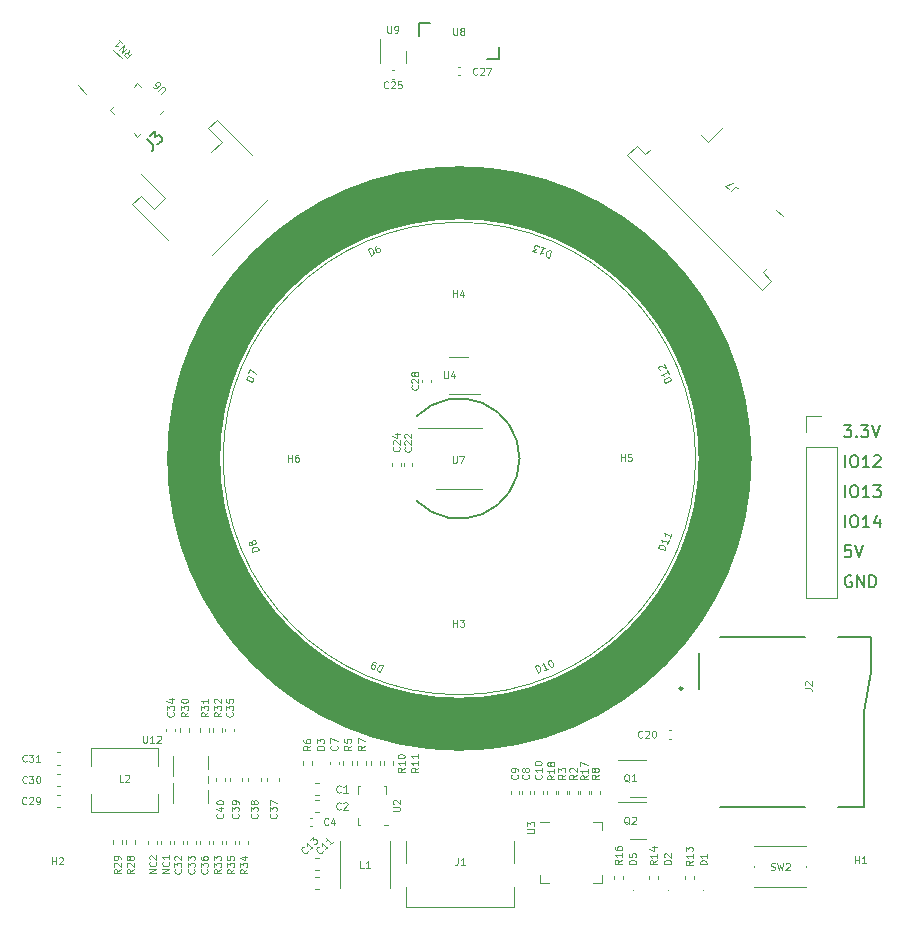
<source format=gbr>
%TF.GenerationSoftware,KiCad,Pcbnew,(6.0.4)*%
%TF.CreationDate,2022-07-20T18:14:01+08:00*%
%TF.ProjectId,SmartKnob_Main,536d6172-744b-46e6-9f62-5f4d61696e2e,rev?*%
%TF.SameCoordinates,Original*%
%TF.FileFunction,Legend,Top*%
%TF.FilePolarity,Positive*%
%FSLAX46Y46*%
G04 Gerber Fmt 4.6, Leading zero omitted, Abs format (unit mm)*
G04 Created by KiCad (PCBNEW (6.0.4)) date 2022-07-20 18:14:01*
%MOMM*%
%LPD*%
G01*
G04 APERTURE LIST*
%ADD10C,0.100000*%
%ADD11C,0.150000*%
%ADD12C,4.500000*%
%ADD13C,0.120000*%
%ADD14C,0.200000*%
%ADD15C,0.240000*%
G04 APERTURE END LIST*
D10*
X190000000Y-95000000D02*
G75*
G03*
X190000000Y-95000000I-20000000J0D01*
G01*
D11*
X166397874Y-98602125D02*
G75*
G03*
X166397875Y-91397874I3602126J3602125D01*
G01*
D12*
X192500000Y-95000000D02*
G75*
G03*
X192500000Y-95000000I-22500000J0D01*
G01*
D11*
X202574141Y-92192380D02*
X203193189Y-92192380D01*
X202859855Y-92573333D01*
X203002712Y-92573333D01*
X203097951Y-92620952D01*
X203145570Y-92668571D01*
X203193189Y-92763809D01*
X203193189Y-93001904D01*
X203145570Y-93097142D01*
X203097951Y-93144761D01*
X203002712Y-93192380D01*
X202716998Y-93192380D01*
X202621760Y-93144761D01*
X202574141Y-93097142D01*
X203621760Y-93097142D02*
X203669379Y-93144761D01*
X203621760Y-93192380D01*
X203574141Y-93144761D01*
X203621760Y-93097142D01*
X203621760Y-93192380D01*
X204002712Y-92192380D02*
X204621760Y-92192380D01*
X204288427Y-92573333D01*
X204431284Y-92573333D01*
X204526522Y-92620952D01*
X204574141Y-92668571D01*
X204621760Y-92763809D01*
X204621760Y-93001904D01*
X204574141Y-93097142D01*
X204526522Y-93144761D01*
X204431284Y-93192380D01*
X204145570Y-93192380D01*
X204050332Y-93144761D01*
X204002712Y-93097142D01*
X204907474Y-92192380D02*
X205240808Y-93192380D01*
X205574141Y-92192380D01*
X203145570Y-102352380D02*
X202669380Y-102352380D01*
X202621761Y-102828571D01*
X202669380Y-102780952D01*
X202764618Y-102733333D01*
X203002713Y-102733333D01*
X203097951Y-102780952D01*
X203145570Y-102828571D01*
X203193189Y-102923809D01*
X203193189Y-103161904D01*
X203145570Y-103257142D01*
X203097951Y-103304761D01*
X203002713Y-103352380D01*
X202764618Y-103352380D01*
X202669380Y-103304761D01*
X202621761Y-103257142D01*
X203478904Y-102352380D02*
X203812237Y-103352380D01*
X204145570Y-102352380D01*
X202669379Y-100812380D02*
X202669379Y-99812380D01*
X203336046Y-99812380D02*
X203526522Y-99812380D01*
X203621760Y-99860000D01*
X203716998Y-99955238D01*
X203764617Y-100145714D01*
X203764617Y-100479047D01*
X203716998Y-100669523D01*
X203621760Y-100764761D01*
X203526522Y-100812380D01*
X203336046Y-100812380D01*
X203240808Y-100764761D01*
X203145570Y-100669523D01*
X203097950Y-100479047D01*
X203097950Y-100145714D01*
X203145570Y-99955238D01*
X203240808Y-99860000D01*
X203336046Y-99812380D01*
X204716998Y-100812380D02*
X204145570Y-100812380D01*
X204431284Y-100812380D02*
X204431284Y-99812380D01*
X204336046Y-99955238D01*
X204240808Y-100050476D01*
X204145570Y-100098095D01*
X205574141Y-100145714D02*
X205574141Y-100812380D01*
X205336046Y-99764761D02*
X205097950Y-100479047D01*
X205716998Y-100479047D01*
X203193189Y-104940000D02*
X203097951Y-104892380D01*
X202955094Y-104892380D01*
X202812236Y-104940000D01*
X202716998Y-105035238D01*
X202669379Y-105130476D01*
X202621760Y-105320952D01*
X202621760Y-105463809D01*
X202669379Y-105654285D01*
X202716998Y-105749523D01*
X202812236Y-105844761D01*
X202955094Y-105892380D01*
X203050332Y-105892380D01*
X203193189Y-105844761D01*
X203240808Y-105797142D01*
X203240808Y-105463809D01*
X203050332Y-105463809D01*
X203669379Y-105892380D02*
X203669379Y-104892380D01*
X204240808Y-105892380D01*
X204240808Y-104892380D01*
X204716998Y-105892380D02*
X204716998Y-104892380D01*
X204955094Y-104892380D01*
X205097951Y-104940000D01*
X205193189Y-105035238D01*
X205240808Y-105130476D01*
X205288427Y-105320952D01*
X205288427Y-105463809D01*
X205240808Y-105654285D01*
X205193189Y-105749523D01*
X205097951Y-105844761D01*
X204955094Y-105892380D01*
X204716998Y-105892380D01*
X202669379Y-98272380D02*
X202669379Y-97272380D01*
X203336046Y-97272380D02*
X203526522Y-97272380D01*
X203621760Y-97320000D01*
X203716998Y-97415238D01*
X203764617Y-97605714D01*
X203764617Y-97939047D01*
X203716998Y-98129523D01*
X203621760Y-98224761D01*
X203526522Y-98272380D01*
X203336046Y-98272380D01*
X203240808Y-98224761D01*
X203145570Y-98129523D01*
X203097950Y-97939047D01*
X203097950Y-97605714D01*
X203145570Y-97415238D01*
X203240808Y-97320000D01*
X203336046Y-97272380D01*
X204716998Y-98272380D02*
X204145570Y-98272380D01*
X204431284Y-98272380D02*
X204431284Y-97272380D01*
X204336046Y-97415238D01*
X204240808Y-97510476D01*
X204145570Y-97558095D01*
X205050331Y-97272380D02*
X205669379Y-97272380D01*
X205336046Y-97653333D01*
X205478903Y-97653333D01*
X205574141Y-97700952D01*
X205621760Y-97748571D01*
X205669379Y-97843809D01*
X205669379Y-98081904D01*
X205621760Y-98177142D01*
X205574141Y-98224761D01*
X205478903Y-98272380D01*
X205193189Y-98272380D01*
X205097950Y-98224761D01*
X205050331Y-98177142D01*
X202669379Y-95732380D02*
X202669379Y-94732380D01*
X203336046Y-94732380D02*
X203526522Y-94732380D01*
X203621760Y-94780000D01*
X203716998Y-94875238D01*
X203764617Y-95065714D01*
X203764617Y-95399047D01*
X203716998Y-95589523D01*
X203621760Y-95684761D01*
X203526522Y-95732380D01*
X203336046Y-95732380D01*
X203240808Y-95684761D01*
X203145570Y-95589523D01*
X203097950Y-95399047D01*
X203097950Y-95065714D01*
X203145570Y-94875238D01*
X203240808Y-94780000D01*
X203336046Y-94732380D01*
X204716998Y-95732380D02*
X204145570Y-95732380D01*
X204431284Y-95732380D02*
X204431284Y-94732380D01*
X204336046Y-94875238D01*
X204240808Y-94970476D01*
X204145570Y-95018095D01*
X205097950Y-94827619D02*
X205145570Y-94780000D01*
X205240808Y-94732380D01*
X205478903Y-94732380D01*
X205574141Y-94780000D01*
X205621760Y-94827619D01*
X205669379Y-94922857D01*
X205669379Y-95018095D01*
X205621760Y-95160952D01*
X205050331Y-95732380D01*
X205669379Y-95732380D01*
D10*
%TO.C,C36*%
X148636045Y-129785714D02*
X148664617Y-129814285D01*
X148693188Y-129900000D01*
X148693188Y-129957142D01*
X148664617Y-130042857D01*
X148607474Y-130100000D01*
X148550331Y-130128571D01*
X148436045Y-130157142D01*
X148350331Y-130157142D01*
X148236045Y-130128571D01*
X148178902Y-130100000D01*
X148121760Y-130042857D01*
X148093188Y-129957142D01*
X148093188Y-129900000D01*
X148121760Y-129814285D01*
X148150331Y-129785714D01*
X148093188Y-129585714D02*
X148093188Y-129214285D01*
X148321760Y-129414285D01*
X148321760Y-129328571D01*
X148350331Y-129271428D01*
X148378902Y-129242857D01*
X148436045Y-129214285D01*
X148578902Y-129214285D01*
X148636045Y-129242857D01*
X148664617Y-129271428D01*
X148693188Y-129328571D01*
X148693188Y-129500000D01*
X148664617Y-129557142D01*
X148636045Y-129585714D01*
X148093188Y-128700000D02*
X148093188Y-128814285D01*
X148121760Y-128871428D01*
X148150331Y-128900000D01*
X148236045Y-128957142D01*
X148350331Y-128985714D01*
X148578902Y-128985714D01*
X148636045Y-128957142D01*
X148664617Y-128928571D01*
X148693188Y-128871428D01*
X148693188Y-128757142D01*
X148664617Y-128700000D01*
X148636045Y-128671428D01*
X148578902Y-128642857D01*
X148436045Y-128642857D01*
X148378902Y-128671428D01*
X148350331Y-128700000D01*
X148321760Y-128757142D01*
X148321760Y-128871428D01*
X148350331Y-128928571D01*
X148378902Y-128957142D01*
X148436045Y-128985714D01*
%TO.C,D5*%
X184956522Y-129332857D02*
X184356522Y-129332857D01*
X184356522Y-129190000D01*
X184385094Y-129104285D01*
X184442236Y-129047142D01*
X184499379Y-129018571D01*
X184613665Y-128990000D01*
X184699379Y-128990000D01*
X184813665Y-129018571D01*
X184870808Y-129047142D01*
X184927951Y-129104285D01*
X184956522Y-129190000D01*
X184956522Y-129332857D01*
X184356522Y-128447142D02*
X184356522Y-128732857D01*
X184642236Y-128761428D01*
X184613665Y-128732857D01*
X184585094Y-128675714D01*
X184585094Y-128532857D01*
X184613665Y-128475714D01*
X184642236Y-128447142D01*
X184699379Y-128418571D01*
X184842236Y-128418571D01*
X184899379Y-128447142D01*
X184927951Y-128475714D01*
X184956522Y-128532857D01*
X184956522Y-128675714D01*
X184927951Y-128732857D01*
X184899379Y-128761428D01*
%TO.C,R18*%
X178041428Y-121825713D02*
X177755714Y-122025713D01*
X178041428Y-122168570D02*
X177441428Y-122168570D01*
X177441428Y-121939999D01*
X177470000Y-121882856D01*
X177498571Y-121854284D01*
X177555714Y-121825713D01*
X177641428Y-121825713D01*
X177698571Y-121854284D01*
X177727142Y-121882856D01*
X177755714Y-121939999D01*
X177755714Y-122168570D01*
X178041428Y-121254284D02*
X178041428Y-121597141D01*
X178041428Y-121425713D02*
X177441428Y-121425713D01*
X177527142Y-121482856D01*
X177584285Y-121539999D01*
X177612857Y-121597141D01*
X177698571Y-120911427D02*
X177670000Y-120968570D01*
X177641428Y-120997141D01*
X177584285Y-121025713D01*
X177555714Y-121025713D01*
X177498571Y-120997141D01*
X177470000Y-120968570D01*
X177441428Y-120911427D01*
X177441428Y-120797141D01*
X177470000Y-120739999D01*
X177498571Y-120711427D01*
X177555714Y-120682856D01*
X177584285Y-120682856D01*
X177641428Y-120711427D01*
X177670000Y-120739999D01*
X177698571Y-120797141D01*
X177698571Y-120911427D01*
X177727142Y-120968570D01*
X177755714Y-120997141D01*
X177812857Y-121025713D01*
X177927142Y-121025713D01*
X177984285Y-120997141D01*
X178012857Y-120968570D01*
X178041428Y-120911427D01*
X178041428Y-120797141D01*
X178012857Y-120739999D01*
X177984285Y-120711427D01*
X177927142Y-120682856D01*
X177812857Y-120682856D01*
X177755714Y-120711427D01*
X177727142Y-120739999D01*
X177698571Y-120797141D01*
%TO.C,R29*%
X141326522Y-129785714D02*
X141040808Y-129985714D01*
X141326522Y-130128571D02*
X140726522Y-130128571D01*
X140726522Y-129900000D01*
X140755094Y-129842857D01*
X140783665Y-129814285D01*
X140840808Y-129785714D01*
X140926522Y-129785714D01*
X140983665Y-129814285D01*
X141012236Y-129842857D01*
X141040808Y-129900000D01*
X141040808Y-130128571D01*
X140783665Y-129557142D02*
X140755094Y-129528571D01*
X140726522Y-129471428D01*
X140726522Y-129328571D01*
X140755094Y-129271428D01*
X140783665Y-129242857D01*
X140840808Y-129214285D01*
X140897951Y-129214285D01*
X140983665Y-129242857D01*
X141326522Y-129585714D01*
X141326522Y-129214285D01*
X141326522Y-128928571D02*
X141326522Y-128814285D01*
X141297951Y-128757142D01*
X141269379Y-128728571D01*
X141183665Y-128671428D01*
X141069379Y-128642857D01*
X140840808Y-128642857D01*
X140783665Y-128671428D01*
X140755094Y-128700000D01*
X140726522Y-128757142D01*
X140726522Y-128871428D01*
X140755094Y-128928571D01*
X140783665Y-128957142D01*
X140840808Y-128985714D01*
X140983665Y-128985714D01*
X141040808Y-128957142D01*
X141069379Y-128928571D01*
X141097951Y-128871428D01*
X141097951Y-128757142D01*
X141069379Y-128700000D01*
X141040808Y-128671428D01*
X140983665Y-128642857D01*
%TO.C,C33*%
X147524934Y-129785714D02*
X147553506Y-129814285D01*
X147582077Y-129900000D01*
X147582077Y-129957142D01*
X147553506Y-130042857D01*
X147496363Y-130100000D01*
X147439220Y-130128571D01*
X147324934Y-130157142D01*
X147239220Y-130157142D01*
X147124934Y-130128571D01*
X147067791Y-130100000D01*
X147010649Y-130042857D01*
X146982077Y-129957142D01*
X146982077Y-129900000D01*
X147010649Y-129814285D01*
X147039220Y-129785714D01*
X146982077Y-129585714D02*
X146982077Y-129214285D01*
X147210649Y-129414285D01*
X147210649Y-129328571D01*
X147239220Y-129271428D01*
X147267791Y-129242857D01*
X147324934Y-129214285D01*
X147467791Y-129214285D01*
X147524934Y-129242857D01*
X147553506Y-129271428D01*
X147582077Y-129328571D01*
X147582077Y-129500000D01*
X147553506Y-129557142D01*
X147524934Y-129585714D01*
X146982077Y-129014285D02*
X146982077Y-128642857D01*
X147210649Y-128842857D01*
X147210649Y-128757142D01*
X147239220Y-128700000D01*
X147267791Y-128671428D01*
X147324934Y-128642857D01*
X147467791Y-128642857D01*
X147524934Y-128671428D01*
X147553506Y-128700000D01*
X147582077Y-128757142D01*
X147582077Y-128928571D01*
X147553506Y-128985714D01*
X147524934Y-129014285D01*
%TO.C,Q2*%
X184397951Y-125968571D02*
X184340808Y-125940000D01*
X184283665Y-125882857D01*
X184197951Y-125797142D01*
X184140808Y-125768571D01*
X184083665Y-125768571D01*
X184112236Y-125911428D02*
X184055094Y-125882857D01*
X183997951Y-125825714D01*
X183969379Y-125711428D01*
X183969379Y-125511428D01*
X183997951Y-125397142D01*
X184055094Y-125340000D01*
X184112236Y-125311428D01*
X184226522Y-125311428D01*
X184283665Y-125340000D01*
X184340808Y-125397142D01*
X184369379Y-125511428D01*
X184369379Y-125711428D01*
X184340808Y-125825714D01*
X184283665Y-125882857D01*
X184226522Y-125911428D01*
X184112236Y-125911428D01*
X184597951Y-125368571D02*
X184626522Y-125340000D01*
X184683665Y-125311428D01*
X184826522Y-125311428D01*
X184883665Y-125340000D01*
X184912236Y-125368571D01*
X184940808Y-125425714D01*
X184940808Y-125482857D01*
X184912236Y-125568571D01*
X184569379Y-125911428D01*
X184940808Y-125911428D01*
%TO.C,C39*%
X151269379Y-125085714D02*
X151297951Y-125114285D01*
X151326522Y-125200000D01*
X151326522Y-125257142D01*
X151297951Y-125342857D01*
X151240808Y-125400000D01*
X151183665Y-125428571D01*
X151069379Y-125457142D01*
X150983665Y-125457142D01*
X150869379Y-125428571D01*
X150812236Y-125400000D01*
X150755094Y-125342857D01*
X150726522Y-125257142D01*
X150726522Y-125200000D01*
X150755094Y-125114285D01*
X150783665Y-125085714D01*
X150726522Y-124885714D02*
X150726522Y-124514285D01*
X150955094Y-124714285D01*
X150955094Y-124628571D01*
X150983665Y-124571428D01*
X151012236Y-124542857D01*
X151069379Y-124514285D01*
X151212236Y-124514285D01*
X151269379Y-124542857D01*
X151297951Y-124571428D01*
X151326522Y-124628571D01*
X151326522Y-124800000D01*
X151297951Y-124857142D01*
X151269379Y-124885714D01*
X151326522Y-124228571D02*
X151326522Y-124114285D01*
X151297951Y-124057142D01*
X151269379Y-124028571D01*
X151183665Y-123971428D01*
X151069379Y-123942857D01*
X150840808Y-123942857D01*
X150783665Y-123971428D01*
X150755094Y-124000000D01*
X150726522Y-124057142D01*
X150726522Y-124171428D01*
X150755094Y-124228571D01*
X150783665Y-124257142D01*
X150840808Y-124285714D01*
X150983665Y-124285714D01*
X151040808Y-124257142D01*
X151069379Y-124228571D01*
X151097951Y-124171428D01*
X151097951Y-124057142D01*
X151069379Y-124000000D01*
X151040808Y-123971428D01*
X150983665Y-123942857D01*
%TO.C,R33*%
X149804299Y-129785714D02*
X149518585Y-129985714D01*
X149804299Y-130128571D02*
X149204299Y-130128571D01*
X149204299Y-129900000D01*
X149232871Y-129842857D01*
X149261442Y-129814285D01*
X149318585Y-129785714D01*
X149404299Y-129785714D01*
X149461442Y-129814285D01*
X149490013Y-129842857D01*
X149518585Y-129900000D01*
X149518585Y-130128571D01*
X149204299Y-129585714D02*
X149204299Y-129214285D01*
X149432871Y-129414285D01*
X149432871Y-129328571D01*
X149461442Y-129271428D01*
X149490013Y-129242857D01*
X149547156Y-129214285D01*
X149690013Y-129214285D01*
X149747156Y-129242857D01*
X149775728Y-129271428D01*
X149804299Y-129328571D01*
X149804299Y-129500000D01*
X149775728Y-129557142D01*
X149747156Y-129585714D01*
X149204299Y-129014285D02*
X149204299Y-128642857D01*
X149432871Y-128842857D01*
X149432871Y-128757142D01*
X149461442Y-128700000D01*
X149490013Y-128671428D01*
X149547156Y-128642857D01*
X149690013Y-128642857D01*
X149747156Y-128671428D01*
X149775728Y-128700000D01*
X149804299Y-128757142D01*
X149804299Y-128928571D01*
X149775728Y-128985714D01*
X149747156Y-129014285D01*
%TO.C,U9*%
X163897951Y-58371428D02*
X163897951Y-58857142D01*
X163926522Y-58914285D01*
X163955094Y-58942857D01*
X164012236Y-58971428D01*
X164126522Y-58971428D01*
X164183665Y-58942857D01*
X164212236Y-58914285D01*
X164240808Y-58857142D01*
X164240808Y-58371428D01*
X164555094Y-58971428D02*
X164669379Y-58971428D01*
X164726522Y-58942857D01*
X164755094Y-58914285D01*
X164812236Y-58828571D01*
X164840808Y-58714285D01*
X164840808Y-58485714D01*
X164812236Y-58428571D01*
X164783665Y-58400000D01*
X164726522Y-58371428D01*
X164612236Y-58371428D01*
X164555094Y-58400000D01*
X164526522Y-58428571D01*
X164497951Y-58485714D01*
X164497951Y-58628571D01*
X164526522Y-58685714D01*
X164555094Y-58714285D01*
X164612236Y-58742857D01*
X164726522Y-58742857D01*
X164783665Y-58714285D01*
X164812236Y-58685714D01*
X164840808Y-58628571D01*
%TO.C,L2*%
X141555094Y-122371428D02*
X141269379Y-122371428D01*
X141269379Y-121771428D01*
X141726522Y-121828571D02*
X141755094Y-121800000D01*
X141812236Y-121771428D01*
X141955094Y-121771428D01*
X142012236Y-121800000D01*
X142040808Y-121828571D01*
X142069379Y-121885714D01*
X142069379Y-121942857D01*
X142040808Y-122028571D01*
X141697951Y-122371428D01*
X142069379Y-122371428D01*
%TO.C,R34*%
X152026521Y-129785714D02*
X151740807Y-129985714D01*
X152026521Y-130128571D02*
X151426521Y-130128571D01*
X151426521Y-129900000D01*
X151455093Y-129842857D01*
X151483664Y-129814285D01*
X151540807Y-129785714D01*
X151626521Y-129785714D01*
X151683664Y-129814285D01*
X151712235Y-129842857D01*
X151740807Y-129900000D01*
X151740807Y-130128571D01*
X151426521Y-129585714D02*
X151426521Y-129214285D01*
X151655093Y-129414285D01*
X151655093Y-129328571D01*
X151683664Y-129271428D01*
X151712235Y-129242857D01*
X151769378Y-129214285D01*
X151912235Y-129214285D01*
X151969378Y-129242857D01*
X151997950Y-129271428D01*
X152026521Y-129328571D01*
X152026521Y-129500000D01*
X151997950Y-129557142D01*
X151969378Y-129585714D01*
X151626521Y-128700000D02*
X152026521Y-128700000D01*
X151397950Y-128842857D02*
X151826521Y-128985714D01*
X151826521Y-128614285D01*
%TO.C,H4*%
X169452857Y-81331428D02*
X169452857Y-80731428D01*
X169452857Y-81017142D02*
X169795714Y-81017142D01*
X169795714Y-81331428D02*
X169795714Y-80731428D01*
X170338571Y-80931428D02*
X170338571Y-81331428D01*
X170195714Y-80702857D02*
X170052857Y-81131428D01*
X170424285Y-81131428D01*
%TO.C,U7*%
X169437951Y-94781428D02*
X169437951Y-95267142D01*
X169466522Y-95324285D01*
X169495094Y-95352857D01*
X169552236Y-95381428D01*
X169666522Y-95381428D01*
X169723665Y-95352857D01*
X169752236Y-95324285D01*
X169780808Y-95267142D01*
X169780808Y-94781428D01*
X170009379Y-94781428D02*
X170409379Y-94781428D01*
X170152236Y-95381428D01*
%TO.C,Q1*%
X184387951Y-122398571D02*
X184330808Y-122370000D01*
X184273665Y-122312857D01*
X184187951Y-122227142D01*
X184130808Y-122198571D01*
X184073665Y-122198571D01*
X184102236Y-122341428D02*
X184045094Y-122312857D01*
X183987951Y-122255714D01*
X183959379Y-122141428D01*
X183959379Y-121941428D01*
X183987951Y-121827142D01*
X184045094Y-121770000D01*
X184102236Y-121741428D01*
X184216522Y-121741428D01*
X184273665Y-121770000D01*
X184330808Y-121827142D01*
X184359379Y-121941428D01*
X184359379Y-122141428D01*
X184330808Y-122255714D01*
X184273665Y-122312857D01*
X184216522Y-122341428D01*
X184102236Y-122341428D01*
X184930808Y-122341428D02*
X184587951Y-122341428D01*
X184759379Y-122341428D02*
X184759379Y-121741428D01*
X184702236Y-121827142D01*
X184645094Y-121884285D01*
X184587951Y-121912857D01*
%TO.C,C25*%
X163969379Y-63614285D02*
X163940808Y-63642857D01*
X163855094Y-63671428D01*
X163797951Y-63671428D01*
X163712236Y-63642857D01*
X163655094Y-63585714D01*
X163626522Y-63528571D01*
X163597951Y-63414285D01*
X163597951Y-63328571D01*
X163626522Y-63214285D01*
X163655094Y-63157142D01*
X163712236Y-63100000D01*
X163797951Y-63071428D01*
X163855094Y-63071428D01*
X163940808Y-63100000D01*
X163969379Y-63128571D01*
X164197951Y-63128571D02*
X164226522Y-63100000D01*
X164283665Y-63071428D01*
X164426522Y-63071428D01*
X164483665Y-63100000D01*
X164512236Y-63128571D01*
X164540808Y-63185714D01*
X164540808Y-63242857D01*
X164512236Y-63328571D01*
X164169379Y-63671428D01*
X164540808Y-63671428D01*
X165083665Y-63071428D02*
X164797951Y-63071428D01*
X164769379Y-63357142D01*
X164797951Y-63328571D01*
X164855094Y-63300000D01*
X164997951Y-63300000D01*
X165055094Y-63328571D01*
X165083665Y-63357142D01*
X165112236Y-63414285D01*
X165112236Y-63557142D01*
X165083665Y-63614285D01*
X165055094Y-63642857D01*
X164997951Y-63671428D01*
X164855094Y-63671428D01*
X164797951Y-63642857D01*
X164769379Y-63614285D01*
%TO.C,H5*%
X183642857Y-95211428D02*
X183642857Y-94611428D01*
X183642857Y-94897142D02*
X183985714Y-94897142D01*
X183985714Y-95211428D02*
X183985714Y-94611428D01*
X184557142Y-94611428D02*
X184271428Y-94611428D01*
X184242857Y-94897142D01*
X184271428Y-94868571D01*
X184328571Y-94840000D01*
X184471428Y-94840000D01*
X184528571Y-94868571D01*
X184557142Y-94897142D01*
X184585714Y-94954285D01*
X184585714Y-95097142D01*
X184557142Y-95154285D01*
X184528571Y-95182857D01*
X184471428Y-95211428D01*
X184328571Y-95211428D01*
X184271428Y-95182857D01*
X184242857Y-95154285D01*
%TO.C,D7*%
X152481293Y-88513017D02*
X151926965Y-88283407D01*
X151981634Y-88151425D01*
X152040832Y-88083169D01*
X152115493Y-88052243D01*
X152179220Y-88047714D01*
X152295740Y-88065053D01*
X152374929Y-88097854D01*
X152469582Y-88167986D01*
X152511441Y-88216250D01*
X152542367Y-88290911D01*
X152535962Y-88381035D01*
X152481293Y-88513017D01*
X152134707Y-87781873D02*
X152287781Y-87412321D01*
X152743704Y-87879500D01*
%TO.C,C31*%
X133369379Y-120614285D02*
X133340808Y-120642857D01*
X133255094Y-120671428D01*
X133197951Y-120671428D01*
X133112236Y-120642857D01*
X133055094Y-120585714D01*
X133026522Y-120528571D01*
X132997951Y-120414285D01*
X132997951Y-120328571D01*
X133026522Y-120214285D01*
X133055094Y-120157142D01*
X133112236Y-120100000D01*
X133197951Y-120071428D01*
X133255094Y-120071428D01*
X133340808Y-120100000D01*
X133369379Y-120128571D01*
X133569379Y-120071428D02*
X133940808Y-120071428D01*
X133740808Y-120300000D01*
X133826522Y-120300000D01*
X133883665Y-120328571D01*
X133912236Y-120357142D01*
X133940808Y-120414285D01*
X133940808Y-120557142D01*
X133912236Y-120614285D01*
X133883665Y-120642857D01*
X133826522Y-120671428D01*
X133655094Y-120671428D01*
X133597951Y-120642857D01*
X133569379Y-120614285D01*
X134512236Y-120671428D02*
X134169379Y-120671428D01*
X134340808Y-120671428D02*
X134340808Y-120071428D01*
X134283665Y-120157142D01*
X134226522Y-120214285D01*
X134169379Y-120242857D01*
%TO.C,SW2*%
X196379594Y-129812856D02*
X196465308Y-129841427D01*
X196608165Y-129841427D01*
X196665308Y-129812856D01*
X196693879Y-129784284D01*
X196722451Y-129727141D01*
X196722451Y-129669999D01*
X196693879Y-129612856D01*
X196665308Y-129584284D01*
X196608165Y-129555713D01*
X196493879Y-129527141D01*
X196436736Y-129498570D01*
X196408165Y-129469999D01*
X196379594Y-129412856D01*
X196379594Y-129355713D01*
X196408165Y-129298570D01*
X196436736Y-129269999D01*
X196493879Y-129241427D01*
X196636736Y-129241427D01*
X196722451Y-129269999D01*
X196922451Y-129241427D02*
X197065308Y-129841427D01*
X197179594Y-129412856D01*
X197293879Y-129841427D01*
X197436736Y-129241427D01*
X197636736Y-129298570D02*
X197665308Y-129269999D01*
X197722451Y-129241427D01*
X197865308Y-129241427D01*
X197922451Y-129269999D01*
X197951022Y-129298570D01*
X197979594Y-129355713D01*
X197979594Y-129412856D01*
X197951022Y-129498570D01*
X197608165Y-129841427D01*
X197979594Y-129841427D01*
%TO.C,C1*%
X159960001Y-123224285D02*
X159931429Y-123252857D01*
X159845715Y-123281428D01*
X159788572Y-123281428D01*
X159702858Y-123252857D01*
X159645715Y-123195714D01*
X159617143Y-123138571D01*
X159588572Y-123024285D01*
X159588572Y-122938571D01*
X159617143Y-122824285D01*
X159645715Y-122767142D01*
X159702858Y-122710000D01*
X159788572Y-122681428D01*
X159845715Y-122681428D01*
X159931429Y-122710000D01*
X159960001Y-122738571D01*
X160531429Y-123281428D02*
X160188572Y-123281428D01*
X160360001Y-123281428D02*
X160360001Y-122681428D01*
X160302858Y-122767142D01*
X160245715Y-122824285D01*
X160188572Y-122852857D01*
%TO.C,R8*%
X181801428Y-121780000D02*
X181515714Y-121980000D01*
X181801428Y-122122857D02*
X181201428Y-122122857D01*
X181201428Y-121894285D01*
X181230000Y-121837142D01*
X181258571Y-121808571D01*
X181315714Y-121780000D01*
X181401428Y-121780000D01*
X181458571Y-121808571D01*
X181487142Y-121837142D01*
X181515714Y-121894285D01*
X181515714Y-122122857D01*
X181458571Y-121437142D02*
X181430000Y-121494285D01*
X181401428Y-121522857D01*
X181344285Y-121551428D01*
X181315714Y-121551428D01*
X181258571Y-121522857D01*
X181230000Y-121494285D01*
X181201428Y-121437142D01*
X181201428Y-121322857D01*
X181230000Y-121265714D01*
X181258571Y-121237142D01*
X181315714Y-121208571D01*
X181344285Y-121208571D01*
X181401428Y-121237142D01*
X181430000Y-121265714D01*
X181458571Y-121322857D01*
X181458571Y-121437142D01*
X181487142Y-121494285D01*
X181515714Y-121522857D01*
X181572857Y-121551428D01*
X181687142Y-121551428D01*
X181744285Y-121522857D01*
X181772857Y-121494285D01*
X181801428Y-121437142D01*
X181801428Y-121322857D01*
X181772857Y-121265714D01*
X181744285Y-121237142D01*
X181687142Y-121208571D01*
X181572857Y-121208571D01*
X181515714Y-121237142D01*
X181487142Y-121265714D01*
X181458571Y-121322857D01*
%TO.C,R16*%
X183755257Y-128962496D02*
X183469543Y-129162496D01*
X183755257Y-129305353D02*
X183155257Y-129305353D01*
X183155257Y-129076782D01*
X183183829Y-129019639D01*
X183212400Y-128991067D01*
X183269543Y-128962496D01*
X183355257Y-128962496D01*
X183412400Y-128991067D01*
X183440971Y-129019639D01*
X183469543Y-129076782D01*
X183469543Y-129305353D01*
X183755257Y-128391067D02*
X183755257Y-128733924D01*
X183755257Y-128562496D02*
X183155257Y-128562496D01*
X183240971Y-128619639D01*
X183298114Y-128676782D01*
X183326686Y-128733924D01*
X183155257Y-127876782D02*
X183155257Y-127991067D01*
X183183829Y-128048210D01*
X183212400Y-128076782D01*
X183298114Y-128133924D01*
X183412400Y-128162496D01*
X183640971Y-128162496D01*
X183698114Y-128133924D01*
X183726686Y-128105353D01*
X183755257Y-128048210D01*
X183755257Y-127933924D01*
X183726686Y-127876782D01*
X183698114Y-127848210D01*
X183640971Y-127819639D01*
X183498114Y-127819639D01*
X183440971Y-127848210D01*
X183412400Y-127876782D01*
X183383829Y-127933924D01*
X183383829Y-128048210D01*
X183412400Y-128105353D01*
X183440971Y-128133924D01*
X183498114Y-128162496D01*
%TO.C,U2*%
X164371428Y-124857142D02*
X164857142Y-124857142D01*
X164914285Y-124828571D01*
X164942857Y-124800000D01*
X164971428Y-124742857D01*
X164971428Y-124628571D01*
X164942857Y-124571428D01*
X164914285Y-124542857D01*
X164857142Y-124514285D01*
X164371428Y-124514285D01*
X164428571Y-124257142D02*
X164400000Y-124228571D01*
X164371428Y-124171428D01*
X164371428Y-124028571D01*
X164400000Y-123971428D01*
X164428571Y-123942857D01*
X164485714Y-123914285D01*
X164542857Y-123914285D01*
X164628571Y-123942857D01*
X164971428Y-124285714D01*
X164971428Y-123914285D01*
%TO.C,D1*%
X190936522Y-129362857D02*
X190336522Y-129362857D01*
X190336522Y-129220000D01*
X190365094Y-129134285D01*
X190422236Y-129077142D01*
X190479379Y-129048571D01*
X190593665Y-129020000D01*
X190679379Y-129020000D01*
X190793665Y-129048571D01*
X190850808Y-129077142D01*
X190907951Y-129134285D01*
X190936522Y-129220000D01*
X190936522Y-129362857D01*
X190936522Y-128448571D02*
X190936522Y-128791428D01*
X190936522Y-128620000D02*
X190336522Y-128620000D01*
X190422236Y-128677142D01*
X190479379Y-128734285D01*
X190507951Y-128791428D01*
%TO.C,R30*%
X147026522Y-116485714D02*
X146740808Y-116685714D01*
X147026522Y-116828571D02*
X146426522Y-116828571D01*
X146426522Y-116600000D01*
X146455094Y-116542857D01*
X146483665Y-116514285D01*
X146540808Y-116485714D01*
X146626522Y-116485714D01*
X146683665Y-116514285D01*
X146712236Y-116542857D01*
X146740808Y-116600000D01*
X146740808Y-116828571D01*
X146426522Y-116285714D02*
X146426522Y-115914285D01*
X146655094Y-116114285D01*
X146655094Y-116028571D01*
X146683665Y-115971428D01*
X146712236Y-115942857D01*
X146769379Y-115914285D01*
X146912236Y-115914285D01*
X146969379Y-115942857D01*
X146997951Y-115971428D01*
X147026522Y-116028571D01*
X147026522Y-116200000D01*
X146997951Y-116257142D01*
X146969379Y-116285714D01*
X146426522Y-115542857D02*
X146426522Y-115485714D01*
X146455094Y-115428571D01*
X146483665Y-115400000D01*
X146540808Y-115371428D01*
X146655094Y-115342857D01*
X146797951Y-115342857D01*
X146912236Y-115371428D01*
X146969379Y-115400000D01*
X146997951Y-115428571D01*
X147026522Y-115485714D01*
X147026522Y-115542857D01*
X146997951Y-115600000D01*
X146969379Y-115628571D01*
X146912236Y-115657142D01*
X146797951Y-115685714D01*
X146655094Y-115685714D01*
X146540808Y-115657142D01*
X146483665Y-115628571D01*
X146455094Y-115600000D01*
X146426522Y-115542857D01*
%TO.C,R2*%
X179921428Y-121780000D02*
X179635714Y-121980000D01*
X179921428Y-122122857D02*
X179321428Y-122122857D01*
X179321428Y-121894285D01*
X179350000Y-121837142D01*
X179378571Y-121808571D01*
X179435714Y-121780000D01*
X179521428Y-121780000D01*
X179578571Y-121808571D01*
X179607142Y-121837142D01*
X179635714Y-121894285D01*
X179635714Y-122122857D01*
X179378571Y-121551428D02*
X179350000Y-121522857D01*
X179321428Y-121465714D01*
X179321428Y-121322857D01*
X179350000Y-121265714D01*
X179378571Y-121237142D01*
X179435714Y-121208571D01*
X179492857Y-121208571D01*
X179578571Y-121237142D01*
X179921428Y-121580000D01*
X179921428Y-121208571D01*
%TO.C,D12*%
X187929579Y-88369241D02*
X187375251Y-88598851D01*
X187320582Y-88466868D01*
X187314177Y-88376744D01*
X187345103Y-88302084D01*
X187386962Y-88253819D01*
X187481615Y-88183688D01*
X187560804Y-88150886D01*
X187677324Y-88133547D01*
X187741051Y-88138076D01*
X187815712Y-88169002D01*
X187874910Y-88237258D01*
X187929579Y-88369241D01*
X187579697Y-87524551D02*
X187710903Y-87841309D01*
X187645300Y-87682930D02*
X187090972Y-87912540D01*
X187192029Y-87932532D01*
X187266690Y-87963457D01*
X187314954Y-88005317D01*
X186990692Y-87521121D02*
X186953362Y-87505658D01*
X186905097Y-87463799D01*
X186850428Y-87331816D01*
X186854957Y-87268089D01*
X186870420Y-87230758D01*
X186912279Y-87182494D01*
X186965072Y-87160627D01*
X187055196Y-87154222D01*
X187503160Y-87339775D01*
X187361021Y-86996619D01*
%TO.C,C9*%
X174904285Y-121765714D02*
X174932857Y-121794285D01*
X174961428Y-121879999D01*
X174961428Y-121937142D01*
X174932857Y-122022856D01*
X174875714Y-122079999D01*
X174818571Y-122108571D01*
X174704285Y-122137142D01*
X174618571Y-122137142D01*
X174504285Y-122108571D01*
X174447142Y-122079999D01*
X174390000Y-122022856D01*
X174361428Y-121937142D01*
X174361428Y-121879999D01*
X174390000Y-121794285D01*
X174418571Y-121765714D01*
X174961428Y-121479999D02*
X174961428Y-121365714D01*
X174932857Y-121308571D01*
X174904285Y-121279999D01*
X174818571Y-121222856D01*
X174704285Y-121194285D01*
X174475714Y-121194285D01*
X174418571Y-121222856D01*
X174390000Y-121251428D01*
X174361428Y-121308571D01*
X174361428Y-121422856D01*
X174390000Y-121479999D01*
X174418571Y-121508571D01*
X174475714Y-121537142D01*
X174618571Y-121537142D01*
X174675714Y-121508571D01*
X174704285Y-121479999D01*
X174732857Y-121422856D01*
X174732857Y-121308571D01*
X174704285Y-121251428D01*
X174675714Y-121222856D01*
X174618571Y-121194285D01*
%TO.C,NC1*%
X145443188Y-130127142D02*
X144843188Y-130127142D01*
X145443188Y-129784285D01*
X144843188Y-129784285D01*
X145386045Y-129155714D02*
X145414617Y-129184285D01*
X145443188Y-129270000D01*
X145443188Y-129327142D01*
X145414617Y-129412857D01*
X145357474Y-129470000D01*
X145300331Y-129498571D01*
X145186045Y-129527142D01*
X145100331Y-129527142D01*
X144986045Y-129498571D01*
X144928902Y-129470000D01*
X144871760Y-129412857D01*
X144843188Y-129327142D01*
X144843188Y-129270000D01*
X144871760Y-129184285D01*
X144900331Y-129155714D01*
X145443188Y-128584285D02*
X145443188Y-128927142D01*
X145443188Y-128755714D02*
X144843188Y-128755714D01*
X144928902Y-128812857D01*
X144986045Y-128870000D01*
X145014617Y-128927142D01*
%TO.C,H1*%
X203497951Y-129271428D02*
X203497951Y-128671428D01*
X203497951Y-128957142D02*
X203840808Y-128957142D01*
X203840808Y-129271428D02*
X203840808Y-128671428D01*
X204440808Y-129271428D02*
X204097951Y-129271428D01*
X204269379Y-129271428D02*
X204269379Y-128671428D01*
X204212236Y-128757142D01*
X204155094Y-128814285D01*
X204097951Y-128842857D01*
%TO.C,C22*%
X165869379Y-94045714D02*
X165897951Y-94074285D01*
X165926522Y-94160000D01*
X165926522Y-94217142D01*
X165897951Y-94302857D01*
X165840808Y-94360000D01*
X165783665Y-94388571D01*
X165669379Y-94417142D01*
X165583665Y-94417142D01*
X165469379Y-94388571D01*
X165412236Y-94360000D01*
X165355094Y-94302857D01*
X165326522Y-94217142D01*
X165326522Y-94160000D01*
X165355094Y-94074285D01*
X165383665Y-94045714D01*
X165383665Y-93817142D02*
X165355094Y-93788571D01*
X165326522Y-93731428D01*
X165326522Y-93588571D01*
X165355094Y-93531428D01*
X165383665Y-93502857D01*
X165440808Y-93474285D01*
X165497951Y-93474285D01*
X165583665Y-93502857D01*
X165926522Y-93845714D01*
X165926522Y-93474285D01*
X165383665Y-93245714D02*
X165355094Y-93217142D01*
X165326522Y-93160000D01*
X165326522Y-93017142D01*
X165355094Y-92960000D01*
X165383665Y-92931428D01*
X165440808Y-92902857D01*
X165497951Y-92902857D01*
X165583665Y-92931428D01*
X165926522Y-93274285D01*
X165926522Y-92902857D01*
%TO.C,C24*%
X164889379Y-94030620D02*
X164917951Y-94059191D01*
X164946522Y-94144906D01*
X164946522Y-94202048D01*
X164917951Y-94287763D01*
X164860808Y-94344906D01*
X164803665Y-94373477D01*
X164689379Y-94402048D01*
X164603665Y-94402048D01*
X164489379Y-94373477D01*
X164432236Y-94344906D01*
X164375094Y-94287763D01*
X164346522Y-94202048D01*
X164346522Y-94144906D01*
X164375094Y-94059191D01*
X164403665Y-94030620D01*
X164403665Y-93802048D02*
X164375094Y-93773477D01*
X164346522Y-93716334D01*
X164346522Y-93573477D01*
X164375094Y-93516334D01*
X164403665Y-93487763D01*
X164460808Y-93459191D01*
X164517951Y-93459191D01*
X164603665Y-93487763D01*
X164946522Y-93830620D01*
X164946522Y-93459191D01*
X164546522Y-92944906D02*
X164946522Y-92944906D01*
X164317951Y-93087763D02*
X164746522Y-93230620D01*
X164746522Y-92859191D01*
%TO.C,C7*%
X159627618Y-119300000D02*
X159656190Y-119328571D01*
X159684761Y-119414285D01*
X159684761Y-119471428D01*
X159656190Y-119557142D01*
X159599047Y-119614285D01*
X159541904Y-119642857D01*
X159427618Y-119671428D01*
X159341904Y-119671428D01*
X159227618Y-119642857D01*
X159170475Y-119614285D01*
X159113333Y-119557142D01*
X159084761Y-119471428D01*
X159084761Y-119414285D01*
X159113333Y-119328571D01*
X159141904Y-119300000D01*
X159084761Y-119100000D02*
X159084761Y-118700000D01*
X159684761Y-118957142D01*
%TO.C,U6*%
X144696006Y-64155583D02*
X145039458Y-63812132D01*
X145059661Y-63751522D01*
X145059661Y-63711116D01*
X145039458Y-63650507D01*
X144958646Y-63569695D01*
X144898037Y-63549492D01*
X144857631Y-63549492D01*
X144797021Y-63569695D01*
X144453570Y-63913147D01*
X144069712Y-63529289D02*
X144150524Y-63610101D01*
X144211133Y-63630304D01*
X144251539Y-63630304D01*
X144352554Y-63610101D01*
X144453570Y-63549492D01*
X144615194Y-63387867D01*
X144635397Y-63327258D01*
X144635397Y-63286852D01*
X144615194Y-63226243D01*
X144534382Y-63145431D01*
X144473773Y-63125228D01*
X144433367Y-63125228D01*
X144372757Y-63145431D01*
X144271742Y-63246446D01*
X144251539Y-63307055D01*
X144251539Y-63347461D01*
X144271742Y-63408071D01*
X144352554Y-63488883D01*
X144413164Y-63509086D01*
X144453570Y-63509086D01*
X144514179Y-63488883D01*
%TO.C,H2*%
X135497951Y-129371428D02*
X135497951Y-128771428D01*
X135497951Y-129057142D02*
X135840808Y-129057142D01*
X135840808Y-129371428D02*
X135840808Y-128771428D01*
X136097951Y-128828571D02*
X136126522Y-128800000D01*
X136183665Y-128771428D01*
X136326522Y-128771428D01*
X136383665Y-128800000D01*
X136412236Y-128828571D01*
X136440808Y-128885714D01*
X136440808Y-128942857D01*
X136412236Y-129028571D01*
X136069379Y-129371428D01*
X136440808Y-129371428D01*
%TO.C,D8*%
X153020241Y-102705275D02*
X152465913Y-102934885D01*
X152411244Y-102802902D01*
X152404839Y-102712779D01*
X152435765Y-102638118D01*
X152477624Y-102589854D01*
X152572276Y-102519722D01*
X152651466Y-102486921D01*
X152767986Y-102469582D01*
X152831713Y-102474111D01*
X152906374Y-102505036D01*
X152965572Y-102573292D01*
X153020241Y-102705275D01*
X152441071Y-102202963D02*
X152436542Y-102266690D01*
X152421079Y-102304021D01*
X152379220Y-102352285D01*
X152352823Y-102363219D01*
X152289096Y-102358690D01*
X152251766Y-102343227D01*
X152203502Y-102301368D01*
X152159766Y-102195781D01*
X152164295Y-102132054D01*
X152179758Y-102094724D01*
X152221617Y-102046460D01*
X152248014Y-102035526D01*
X152311741Y-102040055D01*
X152349071Y-102055518D01*
X152397335Y-102097377D01*
X152441071Y-102202963D01*
X152489335Y-102244823D01*
X152526665Y-102260285D01*
X152590392Y-102264814D01*
X152695978Y-102221079D01*
X152737838Y-102172815D01*
X152753300Y-102135484D01*
X152757829Y-102071758D01*
X152714094Y-101966171D01*
X152665830Y-101924312D01*
X152628500Y-101908849D01*
X152564773Y-101904320D01*
X152459186Y-101948056D01*
X152417327Y-101996320D01*
X152401864Y-102033650D01*
X152397335Y-102097377D01*
%TO.C,J2*%
X199221522Y-114470000D02*
X199650094Y-114470000D01*
X199735808Y-114498571D01*
X199792951Y-114555714D01*
X199821522Y-114641428D01*
X199821522Y-114698571D01*
X199278665Y-114212857D02*
X199250094Y-114184285D01*
X199221522Y-114127142D01*
X199221522Y-113984285D01*
X199250094Y-113927142D01*
X199278665Y-113898571D01*
X199335808Y-113870000D01*
X199392951Y-113870000D01*
X199478665Y-113898571D01*
X199821522Y-114241428D01*
X199821522Y-113870000D01*
%TO.C,C28*%
X166479379Y-88805714D02*
X166507951Y-88834285D01*
X166536522Y-88920000D01*
X166536522Y-88977142D01*
X166507951Y-89062857D01*
X166450808Y-89120000D01*
X166393665Y-89148571D01*
X166279379Y-89177142D01*
X166193665Y-89177142D01*
X166079379Y-89148571D01*
X166022236Y-89120000D01*
X165965094Y-89062857D01*
X165936522Y-88977142D01*
X165936522Y-88920000D01*
X165965094Y-88834285D01*
X165993665Y-88805714D01*
X165993665Y-88577142D02*
X165965094Y-88548571D01*
X165936522Y-88491428D01*
X165936522Y-88348571D01*
X165965094Y-88291428D01*
X165993665Y-88262857D01*
X166050808Y-88234285D01*
X166107951Y-88234285D01*
X166193665Y-88262857D01*
X166536522Y-88605714D01*
X166536522Y-88234285D01*
X166193665Y-87891428D02*
X166165094Y-87948571D01*
X166136522Y-87977142D01*
X166079379Y-88005714D01*
X166050808Y-88005714D01*
X165993665Y-87977142D01*
X165965094Y-87948571D01*
X165936522Y-87891428D01*
X165936522Y-87777142D01*
X165965094Y-87720000D01*
X165993665Y-87691428D01*
X166050808Y-87662857D01*
X166079379Y-87662857D01*
X166136522Y-87691428D01*
X166165094Y-87720000D01*
X166193665Y-87777142D01*
X166193665Y-87891428D01*
X166222236Y-87948571D01*
X166250808Y-87977142D01*
X166307951Y-88005714D01*
X166422236Y-88005714D01*
X166479379Y-87977142D01*
X166507951Y-87948571D01*
X166536522Y-87891428D01*
X166536522Y-87777142D01*
X166507951Y-87720000D01*
X166479379Y-87691428D01*
X166422236Y-87662857D01*
X166307951Y-87662857D01*
X166250808Y-87691428D01*
X166222236Y-87720000D01*
X166193665Y-87777142D01*
%TO.C,R14*%
X186716522Y-129015714D02*
X186430808Y-129215714D01*
X186716522Y-129358571D02*
X186116522Y-129358571D01*
X186116522Y-129130000D01*
X186145094Y-129072857D01*
X186173665Y-129044285D01*
X186230808Y-129015714D01*
X186316522Y-129015714D01*
X186373665Y-129044285D01*
X186402236Y-129072857D01*
X186430808Y-129130000D01*
X186430808Y-129358571D01*
X186716522Y-128444285D02*
X186716522Y-128787142D01*
X186716522Y-128615714D02*
X186116522Y-128615714D01*
X186202236Y-128672857D01*
X186259379Y-128730000D01*
X186287951Y-128787142D01*
X186316522Y-127930000D02*
X186716522Y-127930000D01*
X186087951Y-128072857D02*
X186516522Y-128215714D01*
X186516522Y-127844285D01*
%TO.C,H6*%
X155492857Y-95281428D02*
X155492857Y-94681428D01*
X155492857Y-94967142D02*
X155835714Y-94967142D01*
X155835714Y-95281428D02*
X155835714Y-94681428D01*
X156378571Y-94681428D02*
X156264285Y-94681428D01*
X156207142Y-94710000D01*
X156178571Y-94738571D01*
X156121428Y-94824285D01*
X156092857Y-94938571D01*
X156092857Y-95167142D01*
X156121428Y-95224285D01*
X156150000Y-95252857D01*
X156207142Y-95281428D01*
X156321428Y-95281428D01*
X156378571Y-95252857D01*
X156407142Y-95224285D01*
X156435714Y-95167142D01*
X156435714Y-95024285D01*
X156407142Y-94967142D01*
X156378571Y-94938571D01*
X156321428Y-94910000D01*
X156207142Y-94910000D01*
X156150000Y-94938571D01*
X156121428Y-94967142D01*
X156092857Y-95024285D01*
%TO.C,U12*%
X143212236Y-118471428D02*
X143212236Y-118957142D01*
X143240808Y-119014285D01*
X143269379Y-119042857D01*
X143326522Y-119071428D01*
X143440808Y-119071428D01*
X143497951Y-119042857D01*
X143526522Y-119014285D01*
X143555094Y-118957142D01*
X143555094Y-118471428D01*
X144155094Y-119071428D02*
X143812236Y-119071428D01*
X143983665Y-119071428D02*
X143983665Y-118471428D01*
X143926522Y-118557142D01*
X143869379Y-118614285D01*
X143812236Y-118642857D01*
X144383665Y-118528571D02*
X144412236Y-118500000D01*
X144469379Y-118471428D01*
X144612236Y-118471428D01*
X144669379Y-118500000D01*
X144697951Y-118528571D01*
X144726522Y-118585714D01*
X144726522Y-118642857D01*
X144697951Y-118728571D01*
X144355094Y-119071428D01*
X144726522Y-119071428D01*
%TO.C,C32*%
X146413823Y-129785714D02*
X146442395Y-129814285D01*
X146470966Y-129900000D01*
X146470966Y-129957142D01*
X146442395Y-130042857D01*
X146385252Y-130100000D01*
X146328109Y-130128571D01*
X146213823Y-130157142D01*
X146128109Y-130157142D01*
X146013823Y-130128571D01*
X145956680Y-130100000D01*
X145899538Y-130042857D01*
X145870966Y-129957142D01*
X145870966Y-129900000D01*
X145899538Y-129814285D01*
X145928109Y-129785714D01*
X145870966Y-129585714D02*
X145870966Y-129214285D01*
X146099538Y-129414285D01*
X146099538Y-129328571D01*
X146128109Y-129271428D01*
X146156680Y-129242857D01*
X146213823Y-129214285D01*
X146356680Y-129214285D01*
X146413823Y-129242857D01*
X146442395Y-129271428D01*
X146470966Y-129328571D01*
X146470966Y-129500000D01*
X146442395Y-129557142D01*
X146413823Y-129585714D01*
X145928109Y-128985714D02*
X145899538Y-128957142D01*
X145870966Y-128900000D01*
X145870966Y-128757142D01*
X145899538Y-128700000D01*
X145928109Y-128671428D01*
X145985252Y-128642857D01*
X146042395Y-128642857D01*
X146128109Y-128671428D01*
X146470966Y-129014285D01*
X146470966Y-128642857D01*
%TO.C,R10*%
X165369853Y-121185714D02*
X165084139Y-121385714D01*
X165369853Y-121528571D02*
X164769853Y-121528571D01*
X164769853Y-121300000D01*
X164798425Y-121242857D01*
X164826996Y-121214285D01*
X164884139Y-121185714D01*
X164969853Y-121185714D01*
X165026996Y-121214285D01*
X165055567Y-121242857D01*
X165084139Y-121300000D01*
X165084139Y-121528571D01*
X165369853Y-120614285D02*
X165369853Y-120957142D01*
X165369853Y-120785714D02*
X164769853Y-120785714D01*
X164855567Y-120842857D01*
X164912710Y-120900000D01*
X164941282Y-120957142D01*
X164769853Y-120242857D02*
X164769853Y-120185714D01*
X164798425Y-120128571D01*
X164826996Y-120100000D01*
X164884139Y-120071428D01*
X164998425Y-120042857D01*
X165141282Y-120042857D01*
X165255567Y-120071428D01*
X165312710Y-120100000D01*
X165341282Y-120128571D01*
X165369853Y-120185714D01*
X165369853Y-120242857D01*
X165341282Y-120300000D01*
X165312710Y-120328571D01*
X165255567Y-120357142D01*
X165141282Y-120385714D01*
X164998425Y-120385714D01*
X164884139Y-120357142D01*
X164826996Y-120328571D01*
X164798425Y-120300000D01*
X164769853Y-120242857D01*
%TO.C,D11*%
X187371955Y-102776983D02*
X186817627Y-102547373D01*
X186872296Y-102415390D01*
X186931494Y-102347134D01*
X187006155Y-102316209D01*
X187069882Y-102311680D01*
X187186402Y-102329019D01*
X187265591Y-102361820D01*
X187360244Y-102431952D01*
X187402103Y-102480216D01*
X187433029Y-102554877D01*
X187426624Y-102645000D01*
X187371955Y-102776983D01*
X187721837Y-101932293D02*
X187590631Y-102249052D01*
X187656234Y-102090672D02*
X187101906Y-101861062D01*
X187159228Y-101946657D01*
X187190154Y-102021318D01*
X187194682Y-102085045D01*
X187940513Y-101404362D02*
X187809307Y-101721121D01*
X187874910Y-101562741D02*
X187320582Y-101333131D01*
X187377904Y-101418726D01*
X187408830Y-101493387D01*
X187413359Y-101557113D01*
%TO.C,L1*%
X161890000Y-129671428D02*
X161604285Y-129671428D01*
X161604285Y-129071428D01*
X162404285Y-129671428D02*
X162061428Y-129671428D01*
X162232857Y-129671428D02*
X162232857Y-129071428D01*
X162175714Y-129157142D01*
X162118571Y-129214285D01*
X162061428Y-129242857D01*
%TO.C,C13*%
X157169075Y-128202843D02*
X157169075Y-128243249D01*
X157128669Y-128324061D01*
X157088263Y-128364467D01*
X157007451Y-128404873D01*
X156926639Y-128404873D01*
X156866029Y-128384670D01*
X156765014Y-128324061D01*
X156704405Y-128263452D01*
X156643796Y-128162436D01*
X156623593Y-128101827D01*
X156623593Y-128021015D01*
X156663999Y-127940203D01*
X156704405Y-127899797D01*
X156785217Y-127859391D01*
X156825623Y-127859391D01*
X157613542Y-127839188D02*
X157371106Y-128081624D01*
X157492324Y-127960406D02*
X157068060Y-127536142D01*
X157088263Y-127637157D01*
X157088263Y-127717969D01*
X157068060Y-127778579D01*
X157330700Y-127273502D02*
X157593339Y-127010863D01*
X157613542Y-127313908D01*
X157674151Y-127253299D01*
X157734761Y-127233096D01*
X157775167Y-127233096D01*
X157835776Y-127253299D01*
X157936791Y-127354314D01*
X157956994Y-127414924D01*
X157956994Y-127455330D01*
X157936791Y-127515939D01*
X157815573Y-127637157D01*
X157754964Y-127657360D01*
X157714558Y-127657360D01*
%TO.C,J1*%
X169850000Y-128856428D02*
X169850000Y-129285000D01*
X169821428Y-129370714D01*
X169764285Y-129427857D01*
X169678571Y-129456428D01*
X169621428Y-129456428D01*
X170450000Y-129456428D02*
X170107142Y-129456428D01*
X170278571Y-129456428D02*
X170278571Y-128856428D01*
X170221428Y-128942142D01*
X170164285Y-128999285D01*
X170107142Y-129027857D01*
%TO.C,C10*%
X176904285Y-121765714D02*
X176932857Y-121794285D01*
X176961428Y-121880000D01*
X176961428Y-121937142D01*
X176932857Y-122022857D01*
X176875714Y-122080000D01*
X176818571Y-122108571D01*
X176704285Y-122137142D01*
X176618571Y-122137142D01*
X176504285Y-122108571D01*
X176447142Y-122080000D01*
X176390000Y-122022857D01*
X176361428Y-121937142D01*
X176361428Y-121880000D01*
X176390000Y-121794285D01*
X176418571Y-121765714D01*
X176961428Y-121194285D02*
X176961428Y-121537142D01*
X176961428Y-121365714D02*
X176361428Y-121365714D01*
X176447142Y-121422857D01*
X176504285Y-121480000D01*
X176532857Y-121537142D01*
X176361428Y-120822857D02*
X176361428Y-120765714D01*
X176390000Y-120708571D01*
X176418571Y-120680000D01*
X176475714Y-120651428D01*
X176590000Y-120622857D01*
X176732857Y-120622857D01*
X176847142Y-120651428D01*
X176904285Y-120680000D01*
X176932857Y-120708571D01*
X176961428Y-120765714D01*
X176961428Y-120822857D01*
X176932857Y-120880000D01*
X176904285Y-120908571D01*
X176847142Y-120937142D01*
X176732857Y-120965714D01*
X176590000Y-120965714D01*
X176475714Y-120937142D01*
X176418571Y-120908571D01*
X176390000Y-120880000D01*
X176361428Y-120822857D01*
%TO.C,C29*%
X133349379Y-124214285D02*
X133320808Y-124242857D01*
X133235094Y-124271428D01*
X133177951Y-124271428D01*
X133092236Y-124242857D01*
X133035094Y-124185714D01*
X133006522Y-124128571D01*
X132977951Y-124014285D01*
X132977951Y-123928571D01*
X133006522Y-123814285D01*
X133035094Y-123757142D01*
X133092236Y-123700000D01*
X133177951Y-123671428D01*
X133235094Y-123671428D01*
X133320808Y-123700000D01*
X133349379Y-123728571D01*
X133577951Y-123728571D02*
X133606522Y-123700000D01*
X133663665Y-123671428D01*
X133806522Y-123671428D01*
X133863665Y-123700000D01*
X133892236Y-123728571D01*
X133920808Y-123785714D01*
X133920808Y-123842857D01*
X133892236Y-123928571D01*
X133549379Y-124271428D01*
X133920808Y-124271428D01*
X134206522Y-124271428D02*
X134320808Y-124271428D01*
X134377951Y-124242857D01*
X134406522Y-124214285D01*
X134463665Y-124128571D01*
X134492236Y-124014285D01*
X134492236Y-123785714D01*
X134463665Y-123728571D01*
X134435094Y-123700000D01*
X134377951Y-123671428D01*
X134263665Y-123671428D01*
X134206522Y-123700000D01*
X134177951Y-123728571D01*
X134149379Y-123785714D01*
X134149379Y-123928571D01*
X134177951Y-123985714D01*
X134206522Y-124014285D01*
X134263665Y-124042857D01*
X134377951Y-124042857D01*
X134435094Y-124014285D01*
X134463665Y-123985714D01*
X134492236Y-123928571D01*
%TO.C,R3*%
X178961428Y-121780000D02*
X178675714Y-121980000D01*
X178961428Y-122122857D02*
X178361428Y-122122857D01*
X178361428Y-121894285D01*
X178390000Y-121837142D01*
X178418571Y-121808571D01*
X178475714Y-121780000D01*
X178561428Y-121780000D01*
X178618571Y-121808571D01*
X178647142Y-121837142D01*
X178675714Y-121894285D01*
X178675714Y-122122857D01*
X178361428Y-121580000D02*
X178361428Y-121208571D01*
X178590000Y-121408571D01*
X178590000Y-121322857D01*
X178618571Y-121265714D01*
X178647142Y-121237142D01*
X178704285Y-121208571D01*
X178847142Y-121208571D01*
X178904285Y-121237142D01*
X178932857Y-121265714D01*
X178961428Y-121322857D01*
X178961428Y-121494285D01*
X178932857Y-121551428D01*
X178904285Y-121580000D01*
%TO.C,R32*%
X149826522Y-116485714D02*
X149540808Y-116685714D01*
X149826522Y-116828571D02*
X149226522Y-116828571D01*
X149226522Y-116600000D01*
X149255094Y-116542857D01*
X149283665Y-116514285D01*
X149340808Y-116485714D01*
X149426522Y-116485714D01*
X149483665Y-116514285D01*
X149512236Y-116542857D01*
X149540808Y-116600000D01*
X149540808Y-116828571D01*
X149226522Y-116285714D02*
X149226522Y-115914285D01*
X149455094Y-116114285D01*
X149455094Y-116028571D01*
X149483665Y-115971428D01*
X149512236Y-115942857D01*
X149569379Y-115914285D01*
X149712236Y-115914285D01*
X149769379Y-115942857D01*
X149797951Y-115971428D01*
X149826522Y-116028571D01*
X149826522Y-116200000D01*
X149797951Y-116257142D01*
X149769379Y-116285714D01*
X149283665Y-115685714D02*
X149255094Y-115657142D01*
X149226522Y-115600000D01*
X149226522Y-115457142D01*
X149255094Y-115400000D01*
X149283665Y-115371428D01*
X149340808Y-115342857D01*
X149397951Y-115342857D01*
X149483665Y-115371428D01*
X149826522Y-115714285D01*
X149826522Y-115342857D01*
%TO.C,C8*%
X175834285Y-121765714D02*
X175862857Y-121794285D01*
X175891428Y-121879999D01*
X175891428Y-121937142D01*
X175862857Y-122022856D01*
X175805714Y-122079999D01*
X175748571Y-122108571D01*
X175634285Y-122137142D01*
X175548571Y-122137142D01*
X175434285Y-122108571D01*
X175377142Y-122079999D01*
X175320000Y-122022856D01*
X175291428Y-121937142D01*
X175291428Y-121879999D01*
X175320000Y-121794285D01*
X175348571Y-121765714D01*
X175548571Y-121422856D02*
X175520000Y-121479999D01*
X175491428Y-121508571D01*
X175434285Y-121537142D01*
X175405714Y-121537142D01*
X175348571Y-121508571D01*
X175320000Y-121479999D01*
X175291428Y-121422856D01*
X175291428Y-121308571D01*
X175320000Y-121251428D01*
X175348571Y-121222856D01*
X175405714Y-121194285D01*
X175434285Y-121194285D01*
X175491428Y-121222856D01*
X175520000Y-121251428D01*
X175548571Y-121308571D01*
X175548571Y-121422856D01*
X175577142Y-121479999D01*
X175605714Y-121508571D01*
X175662857Y-121537142D01*
X175777142Y-121537142D01*
X175834285Y-121508571D01*
X175862857Y-121479999D01*
X175891428Y-121422856D01*
X175891428Y-121308571D01*
X175862857Y-121251428D01*
X175834285Y-121222856D01*
X175777142Y-121194285D01*
X175662857Y-121194285D01*
X175605714Y-121222856D01*
X175577142Y-121251428D01*
X175548571Y-121308571D01*
%TO.C,U4*%
X168697951Y-87621428D02*
X168697951Y-88107142D01*
X168726522Y-88164285D01*
X168755094Y-88192857D01*
X168812236Y-88221428D01*
X168926522Y-88221428D01*
X168983665Y-88192857D01*
X169012236Y-88164285D01*
X169040808Y-88107142D01*
X169040808Y-87621428D01*
X169583665Y-87821428D02*
X169583665Y-88221428D01*
X169440808Y-87592857D02*
X169297951Y-88021428D01*
X169669379Y-88021428D01*
%TO.C,U8*%
X169487951Y-58548928D02*
X169487951Y-59034642D01*
X169516522Y-59091785D01*
X169545094Y-59120357D01*
X169602236Y-59148928D01*
X169716522Y-59148928D01*
X169773665Y-59120357D01*
X169802236Y-59091785D01*
X169830808Y-59034642D01*
X169830808Y-58548928D01*
X170202236Y-58806071D02*
X170145094Y-58777500D01*
X170116522Y-58748928D01*
X170087951Y-58691785D01*
X170087951Y-58663214D01*
X170116522Y-58606071D01*
X170145094Y-58577500D01*
X170202236Y-58548928D01*
X170316522Y-58548928D01*
X170373665Y-58577500D01*
X170402236Y-58606071D01*
X170430808Y-58663214D01*
X170430808Y-58691785D01*
X170402236Y-58748928D01*
X170373665Y-58777500D01*
X170316522Y-58806071D01*
X170202236Y-58806071D01*
X170145094Y-58834642D01*
X170116522Y-58863214D01*
X170087951Y-58920357D01*
X170087951Y-59034642D01*
X170116522Y-59091785D01*
X170145094Y-59120357D01*
X170202236Y-59148928D01*
X170316522Y-59148928D01*
X170373665Y-59120357D01*
X170402236Y-59091785D01*
X170430808Y-59034642D01*
X170430808Y-58920357D01*
X170402236Y-58863214D01*
X170373665Y-58834642D01*
X170316522Y-58806071D01*
%TO.C,R6*%
X157381429Y-119310000D02*
X157095715Y-119510000D01*
X157381429Y-119652857D02*
X156781429Y-119652857D01*
X156781429Y-119424285D01*
X156810001Y-119367142D01*
X156838572Y-119338571D01*
X156895715Y-119310000D01*
X156981429Y-119310000D01*
X157038572Y-119338571D01*
X157067143Y-119367142D01*
X157095715Y-119424285D01*
X157095715Y-119652857D01*
X156781429Y-118795714D02*
X156781429Y-118910000D01*
X156810001Y-118967142D01*
X156838572Y-118995714D01*
X156924286Y-119052857D01*
X157038572Y-119081428D01*
X157267143Y-119081428D01*
X157324286Y-119052857D01*
X157352858Y-119024285D01*
X157381429Y-118967142D01*
X157381429Y-118852857D01*
X157352858Y-118795714D01*
X157324286Y-118767142D01*
X157267143Y-118738571D01*
X157124286Y-118738571D01*
X157067143Y-118767142D01*
X157038572Y-118795714D01*
X157010001Y-118852857D01*
X157010001Y-118967142D01*
X157038572Y-119024285D01*
X157067143Y-119052857D01*
X157124286Y-119081428D01*
%TO.C,R17*%
X180851428Y-121825713D02*
X180565714Y-122025713D01*
X180851428Y-122168570D02*
X180251428Y-122168570D01*
X180251428Y-121939999D01*
X180280000Y-121882856D01*
X180308571Y-121854284D01*
X180365714Y-121825713D01*
X180451428Y-121825713D01*
X180508571Y-121854284D01*
X180537142Y-121882856D01*
X180565714Y-121939999D01*
X180565714Y-122168570D01*
X180851428Y-121254284D02*
X180851428Y-121597141D01*
X180851428Y-121425713D02*
X180251428Y-121425713D01*
X180337142Y-121482856D01*
X180394285Y-121539999D01*
X180422857Y-121597141D01*
X180251428Y-121054284D02*
X180251428Y-120654284D01*
X180851428Y-120911427D01*
%TO.C,RN1*%
X142003856Y-60401269D02*
X141943247Y-60744721D01*
X142246292Y-60643705D02*
X141822028Y-61067969D01*
X141660404Y-60906345D01*
X141640201Y-60845736D01*
X141640201Y-60805330D01*
X141660404Y-60744721D01*
X141721013Y-60684111D01*
X141781622Y-60663908D01*
X141822028Y-60663908D01*
X141882637Y-60684111D01*
X142044262Y-60845736D01*
X141822028Y-60219441D02*
X141397764Y-60643705D01*
X141579592Y-59977005D01*
X141155328Y-60401269D01*
X141155328Y-59552741D02*
X141397764Y-59795177D01*
X141276546Y-59673959D02*
X140852282Y-60098223D01*
X140953297Y-60078020D01*
X141034109Y-60078020D01*
X141094718Y-60098223D01*
%TO.C,D9*%
X163513017Y-112518706D02*
X163283407Y-113073034D01*
X163151425Y-113018365D01*
X163083169Y-112959167D01*
X163052243Y-112884506D01*
X163047714Y-112820779D01*
X163065053Y-112704259D01*
X163097854Y-112625070D01*
X163167986Y-112530417D01*
X163216250Y-112488558D01*
X163290911Y-112457632D01*
X163381035Y-112464037D01*
X163513017Y-112518706D01*
X162932293Y-112278162D02*
X162826707Y-112234427D01*
X162762980Y-112238956D01*
X162725650Y-112254419D01*
X162640055Y-112311741D01*
X162569923Y-112406393D01*
X162482453Y-112617566D01*
X162486982Y-112681293D01*
X162502444Y-112718623D01*
X162544304Y-112766887D01*
X162649890Y-112810623D01*
X162713617Y-112806094D01*
X162750947Y-112790631D01*
X162799211Y-112748772D01*
X162853880Y-112616789D01*
X162849352Y-112553062D01*
X162833889Y-112515731D01*
X162792029Y-112467467D01*
X162686443Y-112423732D01*
X162622716Y-112428261D01*
X162585386Y-112443724D01*
X162537122Y-112485583D01*
%TO.C,NC2*%
X144336522Y-130127142D02*
X143736522Y-130127142D01*
X144336522Y-129784285D01*
X143736522Y-129784285D01*
X144279379Y-129155714D02*
X144307951Y-129184285D01*
X144336522Y-129270000D01*
X144336522Y-129327142D01*
X144307951Y-129412857D01*
X144250808Y-129470000D01*
X144193665Y-129498571D01*
X144079379Y-129527142D01*
X143993665Y-129527142D01*
X143879379Y-129498571D01*
X143822236Y-129470000D01*
X143765094Y-129412857D01*
X143736522Y-129327142D01*
X143736522Y-129270000D01*
X143765094Y-129184285D01*
X143793665Y-129155714D01*
X143793665Y-128927142D02*
X143765094Y-128898571D01*
X143736522Y-128841428D01*
X143736522Y-128698571D01*
X143765094Y-128641428D01*
X143793665Y-128612857D01*
X143850808Y-128584285D01*
X143907951Y-128584285D01*
X143993665Y-128612857D01*
X144336522Y-128955714D01*
X144336522Y-128584285D01*
%TO.C,R28*%
X142437633Y-129785714D02*
X142151919Y-129985714D01*
X142437633Y-130128571D02*
X141837633Y-130128571D01*
X141837633Y-129900000D01*
X141866205Y-129842857D01*
X141894776Y-129814285D01*
X141951919Y-129785714D01*
X142037633Y-129785714D01*
X142094776Y-129814285D01*
X142123347Y-129842857D01*
X142151919Y-129900000D01*
X142151919Y-130128571D01*
X141894776Y-129557142D02*
X141866205Y-129528571D01*
X141837633Y-129471428D01*
X141837633Y-129328571D01*
X141866205Y-129271428D01*
X141894776Y-129242857D01*
X141951919Y-129214285D01*
X142009062Y-129214285D01*
X142094776Y-129242857D01*
X142437633Y-129585714D01*
X142437633Y-129214285D01*
X142094776Y-128871428D02*
X142066205Y-128928571D01*
X142037633Y-128957142D01*
X141980490Y-128985714D01*
X141951919Y-128985714D01*
X141894776Y-128957142D01*
X141866205Y-128928571D01*
X141837633Y-128871428D01*
X141837633Y-128757142D01*
X141866205Y-128700000D01*
X141894776Y-128671428D01*
X141951919Y-128642857D01*
X141980490Y-128642857D01*
X142037633Y-128671428D01*
X142066205Y-128700000D01*
X142094776Y-128757142D01*
X142094776Y-128871428D01*
X142123347Y-128928571D01*
X142151919Y-128957142D01*
X142209062Y-128985714D01*
X142323347Y-128985714D01*
X142380490Y-128957142D01*
X142409062Y-128928571D01*
X142437633Y-128871428D01*
X142437633Y-128757142D01*
X142409062Y-128700000D01*
X142380490Y-128671428D01*
X142323347Y-128642857D01*
X142209062Y-128642857D01*
X142151919Y-128671428D01*
X142123347Y-128700000D01*
X142094776Y-128757142D01*
D11*
%TO.C,J3*%
X143516201Y-67982512D02*
X144021277Y-68487588D01*
X144088621Y-68622275D01*
X144088621Y-68756962D01*
X144021277Y-68891649D01*
X143953934Y-68958992D01*
X143785575Y-67713138D02*
X144223308Y-67275405D01*
X144256980Y-67780481D01*
X144357995Y-67679466D01*
X144459010Y-67645794D01*
X144526354Y-67645794D01*
X144627369Y-67679466D01*
X144795728Y-67847825D01*
X144829399Y-67948840D01*
X144829399Y-68016183D01*
X144795728Y-68117199D01*
X144593697Y-68319229D01*
X144492682Y-68352901D01*
X144425338Y-68352901D01*
D10*
%TO.C,C20*%
X185496879Y-118589285D02*
X185468308Y-118617857D01*
X185382594Y-118646428D01*
X185325451Y-118646428D01*
X185239736Y-118617857D01*
X185182594Y-118560714D01*
X185154022Y-118503571D01*
X185125451Y-118389285D01*
X185125451Y-118303571D01*
X185154022Y-118189285D01*
X185182594Y-118132142D01*
X185239736Y-118075000D01*
X185325451Y-118046428D01*
X185382594Y-118046428D01*
X185468308Y-118075000D01*
X185496879Y-118103571D01*
X185725451Y-118103571D02*
X185754022Y-118075000D01*
X185811165Y-118046428D01*
X185954022Y-118046428D01*
X186011165Y-118075000D01*
X186039736Y-118103571D01*
X186068308Y-118160714D01*
X186068308Y-118217857D01*
X186039736Y-118303571D01*
X185696879Y-118646428D01*
X186068308Y-118646428D01*
X186439736Y-118046428D02*
X186496879Y-118046428D01*
X186554022Y-118075000D01*
X186582594Y-118103571D01*
X186611165Y-118160714D01*
X186639736Y-118275000D01*
X186639736Y-118417857D01*
X186611165Y-118532142D01*
X186582594Y-118589285D01*
X186554022Y-118617857D01*
X186496879Y-118646428D01*
X186439736Y-118646428D01*
X186382594Y-118617857D01*
X186354022Y-118589285D01*
X186325451Y-118532142D01*
X186296879Y-118417857D01*
X186296879Y-118275000D01*
X186325451Y-118160714D01*
X186354022Y-118103571D01*
X186382594Y-118075000D01*
X186439736Y-118046428D01*
%TO.C,D6*%
X162494724Y-77820241D02*
X162265114Y-77265913D01*
X162397097Y-77211244D01*
X162487220Y-77204839D01*
X162561881Y-77235765D01*
X162610145Y-77277624D01*
X162680277Y-77372276D01*
X162713078Y-77451466D01*
X162730417Y-77567986D01*
X162725888Y-77631713D01*
X162694963Y-77706374D01*
X162626707Y-77765572D01*
X162494724Y-77820241D01*
X163057011Y-76937899D02*
X162951425Y-76981634D01*
X162909565Y-77029898D01*
X162894102Y-77067229D01*
X162874111Y-77168286D01*
X162891449Y-77284806D01*
X162978920Y-77495978D01*
X163027184Y-77537838D01*
X163064515Y-77553300D01*
X163128241Y-77557829D01*
X163233828Y-77514094D01*
X163275687Y-77465830D01*
X163291150Y-77428500D01*
X163295679Y-77364773D01*
X163241010Y-77232790D01*
X163192745Y-77190931D01*
X163155415Y-77175468D01*
X163091688Y-77170939D01*
X162986102Y-77214674D01*
X162944243Y-77262938D01*
X162928780Y-77300269D01*
X162924251Y-77363996D01*
%TO.C,C34*%
X145769379Y-116485714D02*
X145797951Y-116514285D01*
X145826522Y-116600000D01*
X145826522Y-116657142D01*
X145797951Y-116742857D01*
X145740808Y-116800000D01*
X145683665Y-116828571D01*
X145569379Y-116857142D01*
X145483665Y-116857142D01*
X145369379Y-116828571D01*
X145312236Y-116800000D01*
X145255094Y-116742857D01*
X145226522Y-116657142D01*
X145226522Y-116600000D01*
X145255094Y-116514285D01*
X145283665Y-116485714D01*
X145226522Y-116285714D02*
X145226522Y-115914285D01*
X145455094Y-116114285D01*
X145455094Y-116028571D01*
X145483665Y-115971428D01*
X145512236Y-115942857D01*
X145569379Y-115914285D01*
X145712236Y-115914285D01*
X145769379Y-115942857D01*
X145797951Y-115971428D01*
X145826522Y-116028571D01*
X145826522Y-116200000D01*
X145797951Y-116257142D01*
X145769379Y-116285714D01*
X145426522Y-115400000D02*
X145826522Y-115400000D01*
X145197951Y-115542857D02*
X145626522Y-115685714D01*
X145626522Y-115314285D01*
%TO.C,D3*%
X158538095Y-119655357D02*
X157938095Y-119655357D01*
X157938095Y-119512500D01*
X157966667Y-119426785D01*
X158023809Y-119369642D01*
X158080952Y-119341071D01*
X158195238Y-119312500D01*
X158280952Y-119312500D01*
X158395238Y-119341071D01*
X158452381Y-119369642D01*
X158509524Y-119426785D01*
X158538095Y-119512500D01*
X158538095Y-119655357D01*
X157938095Y-119112500D02*
X157938095Y-118741071D01*
X158166667Y-118941071D01*
X158166667Y-118855357D01*
X158195238Y-118798214D01*
X158223809Y-118769642D01*
X158280952Y-118741071D01*
X158423809Y-118741071D01*
X158480952Y-118769642D01*
X158509524Y-118798214D01*
X158538095Y-118855357D01*
X158538095Y-119026785D01*
X158509524Y-119083928D01*
X158480952Y-119112500D01*
%TO.C,R7*%
X161988093Y-119300000D02*
X161702379Y-119500000D01*
X161988093Y-119642857D02*
X161388093Y-119642857D01*
X161388093Y-119414285D01*
X161416665Y-119357142D01*
X161445236Y-119328571D01*
X161502379Y-119300000D01*
X161588093Y-119300000D01*
X161645236Y-119328571D01*
X161673807Y-119357142D01*
X161702379Y-119414285D01*
X161702379Y-119642857D01*
X161388093Y-119100000D02*
X161388093Y-118700000D01*
X161988093Y-118957142D01*
%TO.C,R31*%
X148726522Y-116485714D02*
X148440808Y-116685714D01*
X148726522Y-116828571D02*
X148126522Y-116828571D01*
X148126522Y-116600000D01*
X148155094Y-116542857D01*
X148183665Y-116514285D01*
X148240808Y-116485714D01*
X148326522Y-116485714D01*
X148383665Y-116514285D01*
X148412236Y-116542857D01*
X148440808Y-116600000D01*
X148440808Y-116828571D01*
X148126522Y-116285714D02*
X148126522Y-115914285D01*
X148355094Y-116114285D01*
X148355094Y-116028571D01*
X148383665Y-115971428D01*
X148412236Y-115942857D01*
X148469379Y-115914285D01*
X148612236Y-115914285D01*
X148669379Y-115942857D01*
X148697951Y-115971428D01*
X148726522Y-116028571D01*
X148726522Y-116200000D01*
X148697951Y-116257142D01*
X148669379Y-116285714D01*
X148726522Y-115342857D02*
X148726522Y-115685714D01*
X148726522Y-115514285D02*
X148126522Y-115514285D01*
X148212236Y-115571428D01*
X148269379Y-115628571D01*
X148297951Y-115685714D01*
%TO.C,C35*%
X150769379Y-116485714D02*
X150797951Y-116514285D01*
X150826522Y-116600000D01*
X150826522Y-116657142D01*
X150797951Y-116742857D01*
X150740808Y-116800000D01*
X150683665Y-116828571D01*
X150569379Y-116857142D01*
X150483665Y-116857142D01*
X150369379Y-116828571D01*
X150312236Y-116800000D01*
X150255094Y-116742857D01*
X150226522Y-116657142D01*
X150226522Y-116600000D01*
X150255094Y-116514285D01*
X150283665Y-116485714D01*
X150226522Y-116285714D02*
X150226522Y-115914285D01*
X150455094Y-116114285D01*
X150455094Y-116028571D01*
X150483665Y-115971428D01*
X150512236Y-115942857D01*
X150569379Y-115914285D01*
X150712236Y-115914285D01*
X150769379Y-115942857D01*
X150797951Y-115971428D01*
X150826522Y-116028571D01*
X150826522Y-116200000D01*
X150797951Y-116257142D01*
X150769379Y-116285714D01*
X150226522Y-115371428D02*
X150226522Y-115657142D01*
X150512236Y-115685714D01*
X150483665Y-115657142D01*
X150455094Y-115600000D01*
X150455094Y-115457142D01*
X150483665Y-115400000D01*
X150512236Y-115371428D01*
X150569379Y-115342857D01*
X150712236Y-115342857D01*
X150769379Y-115371428D01*
X150797951Y-115400000D01*
X150826522Y-115457142D01*
X150826522Y-115600000D01*
X150797951Y-115657142D01*
X150769379Y-115685714D01*
%TO.C,R13*%
X189746522Y-129035713D02*
X189460808Y-129235713D01*
X189746522Y-129378570D02*
X189146522Y-129378570D01*
X189146522Y-129149999D01*
X189175094Y-129092856D01*
X189203665Y-129064284D01*
X189260808Y-129035713D01*
X189346522Y-129035713D01*
X189403665Y-129064284D01*
X189432236Y-129092856D01*
X189460808Y-129149999D01*
X189460808Y-129378570D01*
X189746522Y-128464284D02*
X189746522Y-128807141D01*
X189746522Y-128635713D02*
X189146522Y-128635713D01*
X189232236Y-128692856D01*
X189289379Y-128749999D01*
X189317951Y-128807141D01*
X189146522Y-128264284D02*
X189146522Y-127892856D01*
X189375094Y-128092856D01*
X189375094Y-128007141D01*
X189403665Y-127949999D01*
X189432236Y-127921427D01*
X189489379Y-127892856D01*
X189632236Y-127892856D01*
X189689379Y-127921427D01*
X189717951Y-127949999D01*
X189746522Y-128007141D01*
X189746522Y-128178570D01*
X189717951Y-128235713D01*
X189689379Y-128264284D01*
%TO.C,R35*%
X150915410Y-129785714D02*
X150629696Y-129985714D01*
X150915410Y-130128571D02*
X150315410Y-130128571D01*
X150315410Y-129900000D01*
X150343982Y-129842857D01*
X150372553Y-129814285D01*
X150429696Y-129785714D01*
X150515410Y-129785714D01*
X150572553Y-129814285D01*
X150601124Y-129842857D01*
X150629696Y-129900000D01*
X150629696Y-130128571D01*
X150315410Y-129585714D02*
X150315410Y-129214285D01*
X150543982Y-129414285D01*
X150543982Y-129328571D01*
X150572553Y-129271428D01*
X150601124Y-129242857D01*
X150658267Y-129214285D01*
X150801124Y-129214285D01*
X150858267Y-129242857D01*
X150886839Y-129271428D01*
X150915410Y-129328571D01*
X150915410Y-129500000D01*
X150886839Y-129557142D01*
X150858267Y-129585714D01*
X150315410Y-128671428D02*
X150315410Y-128957142D01*
X150601124Y-128985714D01*
X150572553Y-128957142D01*
X150543982Y-128900000D01*
X150543982Y-128757142D01*
X150572553Y-128700000D01*
X150601124Y-128671428D01*
X150658267Y-128642857D01*
X150801124Y-128642857D01*
X150858267Y-128671428D01*
X150886839Y-128700000D01*
X150915410Y-128757142D01*
X150915410Y-128900000D01*
X150886839Y-128957142D01*
X150858267Y-128985714D01*
%TO.C,D13*%
X177776983Y-77428044D02*
X177547373Y-77982372D01*
X177415390Y-77927703D01*
X177347134Y-77868505D01*
X177316209Y-77793844D01*
X177311680Y-77730117D01*
X177329019Y-77613597D01*
X177361820Y-77534408D01*
X177431952Y-77439755D01*
X177480216Y-77397896D01*
X177554877Y-77366970D01*
X177645000Y-77373375D01*
X177776983Y-77428044D01*
X176932293Y-77078162D02*
X177249052Y-77209368D01*
X177090672Y-77143765D02*
X176861062Y-77698093D01*
X176946657Y-77640771D01*
X177021318Y-77609845D01*
X177085045Y-77605317D01*
X176517907Y-77555953D02*
X176174752Y-77413814D01*
X176446998Y-77279178D01*
X176367809Y-77246377D01*
X176325949Y-77198112D01*
X176310487Y-77160782D01*
X176305958Y-77097055D01*
X176360627Y-76965072D01*
X176408891Y-76923213D01*
X176446221Y-76907750D01*
X176509948Y-76903221D01*
X176668328Y-76968824D01*
X176710187Y-77017088D01*
X176725650Y-77054419D01*
%TO.C,C27*%
X171514379Y-62454285D02*
X171485808Y-62482857D01*
X171400094Y-62511428D01*
X171342951Y-62511428D01*
X171257236Y-62482857D01*
X171200094Y-62425714D01*
X171171522Y-62368571D01*
X171142951Y-62254285D01*
X171142951Y-62168571D01*
X171171522Y-62054285D01*
X171200094Y-61997142D01*
X171257236Y-61940000D01*
X171342951Y-61911428D01*
X171400094Y-61911428D01*
X171485808Y-61940000D01*
X171514379Y-61968571D01*
X171742951Y-61968571D02*
X171771522Y-61940000D01*
X171828665Y-61911428D01*
X171971522Y-61911428D01*
X172028665Y-61940000D01*
X172057236Y-61968571D01*
X172085808Y-62025714D01*
X172085808Y-62082857D01*
X172057236Y-62168571D01*
X171714379Y-62511428D01*
X172085808Y-62511428D01*
X172285808Y-61911428D02*
X172685808Y-61911428D01*
X172428665Y-62511428D01*
%TO.C,C37*%
X154469379Y-125085714D02*
X154497951Y-125114285D01*
X154526522Y-125200000D01*
X154526522Y-125257142D01*
X154497951Y-125342857D01*
X154440808Y-125400000D01*
X154383665Y-125428571D01*
X154269379Y-125457142D01*
X154183665Y-125457142D01*
X154069379Y-125428571D01*
X154012236Y-125400000D01*
X153955094Y-125342857D01*
X153926522Y-125257142D01*
X153926522Y-125200000D01*
X153955094Y-125114285D01*
X153983665Y-125085714D01*
X153926522Y-124885714D02*
X153926522Y-124514285D01*
X154155094Y-124714285D01*
X154155094Y-124628571D01*
X154183665Y-124571428D01*
X154212236Y-124542857D01*
X154269379Y-124514285D01*
X154412236Y-124514285D01*
X154469379Y-124542857D01*
X154497951Y-124571428D01*
X154526522Y-124628571D01*
X154526522Y-124800000D01*
X154497951Y-124857142D01*
X154469379Y-124885714D01*
X153926522Y-124314285D02*
X153926522Y-123914285D01*
X154526522Y-124171428D01*
%TO.C,H3*%
X169482857Y-109231428D02*
X169482857Y-108631428D01*
X169482857Y-108917142D02*
X169825714Y-108917142D01*
X169825714Y-109231428D02*
X169825714Y-108631428D01*
X170054285Y-108631428D02*
X170425714Y-108631428D01*
X170225714Y-108860000D01*
X170311428Y-108860000D01*
X170368571Y-108888571D01*
X170397142Y-108917142D01*
X170425714Y-108974285D01*
X170425714Y-109117142D01*
X170397142Y-109174285D01*
X170368571Y-109202857D01*
X170311428Y-109231428D01*
X170140000Y-109231428D01*
X170082857Y-109202857D01*
X170054285Y-109174285D01*
%TO.C,D10*%
X176630758Y-113129579D02*
X176401148Y-112575251D01*
X176533131Y-112520582D01*
X176623255Y-112514177D01*
X176697915Y-112545103D01*
X176746180Y-112586962D01*
X176816311Y-112681615D01*
X176849113Y-112760804D01*
X176866452Y-112877324D01*
X176861923Y-112941051D01*
X176830997Y-113015712D01*
X176762741Y-113074910D01*
X176630758Y-113129579D01*
X177475448Y-112779697D02*
X177158690Y-112910903D01*
X177317069Y-112845300D02*
X177087459Y-112290972D01*
X177067467Y-112392029D01*
X177036542Y-112466690D01*
X176994682Y-112514954D01*
X177588994Y-112083230D02*
X177641787Y-112061362D01*
X177705514Y-112065891D01*
X177742844Y-112081354D01*
X177791108Y-112123213D01*
X177861240Y-112217866D01*
X177915909Y-112349848D01*
X177933248Y-112466368D01*
X177928719Y-112530095D01*
X177913256Y-112567426D01*
X177871397Y-112615690D01*
X177818604Y-112637557D01*
X177754877Y-112633029D01*
X177717546Y-112617566D01*
X177669282Y-112575706D01*
X177599150Y-112481054D01*
X177544481Y-112349071D01*
X177527143Y-112232551D01*
X177531671Y-112168824D01*
X177547134Y-112131494D01*
X177588994Y-112083230D01*
%TO.C,D2*%
X187936522Y-129342857D02*
X187336522Y-129342857D01*
X187336522Y-129200000D01*
X187365094Y-129114285D01*
X187422236Y-129057142D01*
X187479379Y-129028571D01*
X187593665Y-129000000D01*
X187679379Y-129000000D01*
X187793665Y-129028571D01*
X187850808Y-129057142D01*
X187907951Y-129114285D01*
X187936522Y-129200000D01*
X187936522Y-129342857D01*
X187393665Y-128771428D02*
X187365094Y-128742857D01*
X187336522Y-128685714D01*
X187336522Y-128542857D01*
X187365094Y-128485714D01*
X187393665Y-128457142D01*
X187450808Y-128428571D01*
X187507951Y-128428571D01*
X187593665Y-128457142D01*
X187936522Y-128800000D01*
X187936522Y-128428571D01*
%TO.C,C30*%
X133369379Y-122414285D02*
X133340808Y-122442857D01*
X133255094Y-122471428D01*
X133197951Y-122471428D01*
X133112236Y-122442857D01*
X133055094Y-122385714D01*
X133026522Y-122328571D01*
X132997951Y-122214285D01*
X132997951Y-122128571D01*
X133026522Y-122014285D01*
X133055094Y-121957142D01*
X133112236Y-121900000D01*
X133197951Y-121871428D01*
X133255094Y-121871428D01*
X133340808Y-121900000D01*
X133369379Y-121928571D01*
X133569379Y-121871428D02*
X133940808Y-121871428D01*
X133740808Y-122100000D01*
X133826522Y-122100000D01*
X133883665Y-122128571D01*
X133912236Y-122157142D01*
X133940808Y-122214285D01*
X133940808Y-122357142D01*
X133912236Y-122414285D01*
X133883665Y-122442857D01*
X133826522Y-122471428D01*
X133655094Y-122471428D01*
X133597951Y-122442857D01*
X133569379Y-122414285D01*
X134312236Y-121871428D02*
X134369379Y-121871428D01*
X134426522Y-121900000D01*
X134455094Y-121928571D01*
X134483665Y-121985714D01*
X134512236Y-122100000D01*
X134512236Y-122242857D01*
X134483665Y-122357142D01*
X134455094Y-122414285D01*
X134426522Y-122442857D01*
X134369379Y-122471428D01*
X134312236Y-122471428D01*
X134255094Y-122442857D01*
X134226522Y-122414285D01*
X134197951Y-122357142D01*
X134169379Y-122242857D01*
X134169379Y-122100000D01*
X134197951Y-121985714D01*
X134226522Y-121928571D01*
X134255094Y-121900000D01*
X134312236Y-121871428D01*
%TO.C,C38*%
X152869379Y-125085714D02*
X152897951Y-125114285D01*
X152926522Y-125200000D01*
X152926522Y-125257142D01*
X152897951Y-125342857D01*
X152840808Y-125400000D01*
X152783665Y-125428571D01*
X152669379Y-125457142D01*
X152583665Y-125457142D01*
X152469379Y-125428571D01*
X152412236Y-125400000D01*
X152355094Y-125342857D01*
X152326522Y-125257142D01*
X152326522Y-125200000D01*
X152355094Y-125114285D01*
X152383665Y-125085714D01*
X152326522Y-124885714D02*
X152326522Y-124514285D01*
X152555094Y-124714285D01*
X152555094Y-124628571D01*
X152583665Y-124571428D01*
X152612236Y-124542857D01*
X152669379Y-124514285D01*
X152812236Y-124514285D01*
X152869379Y-124542857D01*
X152897951Y-124571428D01*
X152926522Y-124628571D01*
X152926522Y-124800000D01*
X152897951Y-124857142D01*
X152869379Y-124885714D01*
X152583665Y-124171428D02*
X152555094Y-124228571D01*
X152526522Y-124257142D01*
X152469379Y-124285714D01*
X152440808Y-124285714D01*
X152383665Y-124257142D01*
X152355094Y-124228571D01*
X152326522Y-124171428D01*
X152326522Y-124057142D01*
X152355094Y-124000000D01*
X152383665Y-123971428D01*
X152440808Y-123942857D01*
X152469379Y-123942857D01*
X152526522Y-123971428D01*
X152555094Y-124000000D01*
X152583665Y-124057142D01*
X152583665Y-124171428D01*
X152612236Y-124228571D01*
X152640808Y-124257142D01*
X152697951Y-124285714D01*
X152812236Y-124285714D01*
X152869379Y-124257142D01*
X152897951Y-124228571D01*
X152926522Y-124171428D01*
X152926522Y-124057142D01*
X152897951Y-124000000D01*
X152869379Y-123971428D01*
X152812236Y-123942857D01*
X152697951Y-123942857D01*
X152640808Y-123971428D01*
X152612236Y-124000000D01*
X152583665Y-124057142D01*
%TO.C,J7*%
X192964180Y-72373756D02*
X193267226Y-72070710D01*
X193348038Y-72030304D01*
X193428850Y-72030304D01*
X193509662Y-72070710D01*
X193550068Y-72111116D01*
X192802555Y-72212132D02*
X192519713Y-71929289D01*
X193125804Y-71686852D01*
%TO.C,C4*%
X158900001Y-125984285D02*
X158871429Y-126012857D01*
X158785715Y-126041428D01*
X158728572Y-126041428D01*
X158642858Y-126012857D01*
X158585715Y-125955714D01*
X158557143Y-125898571D01*
X158528572Y-125784285D01*
X158528572Y-125698571D01*
X158557143Y-125584285D01*
X158585715Y-125527142D01*
X158642858Y-125470000D01*
X158728572Y-125441428D01*
X158785715Y-125441428D01*
X158871429Y-125470000D01*
X158900001Y-125498571D01*
X159414286Y-125641428D02*
X159414286Y-126041428D01*
X159271429Y-125412857D02*
X159128572Y-125841428D01*
X159500001Y-125841428D01*
%TO.C,C11*%
X158430080Y-128202843D02*
X158430080Y-128243249D01*
X158389674Y-128324061D01*
X158349268Y-128364467D01*
X158268456Y-128404873D01*
X158187644Y-128404873D01*
X158127034Y-128384670D01*
X158026019Y-128324061D01*
X157965410Y-128263452D01*
X157904801Y-128162436D01*
X157884598Y-128101827D01*
X157884598Y-128021015D01*
X157925004Y-127940203D01*
X157965410Y-127899797D01*
X158046222Y-127859391D01*
X158086628Y-127859391D01*
X158874547Y-127839188D02*
X158632111Y-128081624D01*
X158753329Y-127960406D02*
X158329065Y-127536142D01*
X158349268Y-127637157D01*
X158349268Y-127717969D01*
X158329065Y-127778579D01*
X159278608Y-127435127D02*
X159036172Y-127677563D01*
X159157390Y-127556345D02*
X158733126Y-127132081D01*
X158753329Y-127233096D01*
X158753329Y-127313908D01*
X158733126Y-127374517D01*
%TO.C,C40*%
X149969379Y-125085714D02*
X149997951Y-125114285D01*
X150026522Y-125200000D01*
X150026522Y-125257142D01*
X149997951Y-125342857D01*
X149940808Y-125400000D01*
X149883665Y-125428571D01*
X149769379Y-125457142D01*
X149683665Y-125457142D01*
X149569379Y-125428571D01*
X149512236Y-125400000D01*
X149455094Y-125342857D01*
X149426522Y-125257142D01*
X149426522Y-125200000D01*
X149455094Y-125114285D01*
X149483665Y-125085714D01*
X149626522Y-124571428D02*
X150026522Y-124571428D01*
X149397951Y-124714285D02*
X149826522Y-124857142D01*
X149826522Y-124485714D01*
X149426522Y-124142857D02*
X149426522Y-124085714D01*
X149455094Y-124028571D01*
X149483665Y-124000000D01*
X149540808Y-123971428D01*
X149655094Y-123942857D01*
X149797951Y-123942857D01*
X149912236Y-123971428D01*
X149969379Y-124000000D01*
X149997951Y-124028571D01*
X150026522Y-124085714D01*
X150026522Y-124142857D01*
X149997951Y-124200000D01*
X149969379Y-124228571D01*
X149912236Y-124257142D01*
X149797951Y-124285714D01*
X149655094Y-124285714D01*
X149540808Y-124257142D01*
X149483665Y-124228571D01*
X149455094Y-124200000D01*
X149426522Y-124142857D01*
%TO.C,U3*%
X175755257Y-126719638D02*
X176240971Y-126719638D01*
X176298114Y-126691067D01*
X176326686Y-126662496D01*
X176355257Y-126605353D01*
X176355257Y-126491067D01*
X176326686Y-126433924D01*
X176298114Y-126405353D01*
X176240971Y-126376781D01*
X175755257Y-126376781D01*
X175755257Y-126148210D02*
X175755257Y-125776781D01*
X175983829Y-125976781D01*
X175983829Y-125891067D01*
X176012400Y-125833924D01*
X176040971Y-125805353D01*
X176098114Y-125776781D01*
X176240971Y-125776781D01*
X176298114Y-125805353D01*
X176326686Y-125833924D01*
X176355257Y-125891067D01*
X176355257Y-126062496D01*
X176326686Y-126119638D01*
X176298114Y-126148210D01*
%TO.C,C2*%
X159960001Y-124664285D02*
X159931429Y-124692857D01*
X159845715Y-124721428D01*
X159788572Y-124721428D01*
X159702858Y-124692857D01*
X159645715Y-124635714D01*
X159617143Y-124578571D01*
X159588572Y-124464285D01*
X159588572Y-124378571D01*
X159617143Y-124264285D01*
X159645715Y-124207142D01*
X159702858Y-124150000D01*
X159788572Y-124121428D01*
X159845715Y-124121428D01*
X159931429Y-124150000D01*
X159960001Y-124178571D01*
X160188572Y-124178571D02*
X160217143Y-124150000D01*
X160274286Y-124121428D01*
X160417143Y-124121428D01*
X160474286Y-124150000D01*
X160502858Y-124178571D01*
X160531429Y-124235714D01*
X160531429Y-124292857D01*
X160502858Y-124378571D01*
X160160001Y-124721428D01*
X160531429Y-124721428D01*
%TO.C,R5*%
X160831427Y-119300000D02*
X160545713Y-119500000D01*
X160831427Y-119642857D02*
X160231427Y-119642857D01*
X160231427Y-119414285D01*
X160259999Y-119357142D01*
X160288570Y-119328571D01*
X160345713Y-119300000D01*
X160431427Y-119300000D01*
X160488570Y-119328571D01*
X160517141Y-119357142D01*
X160545713Y-119414285D01*
X160545713Y-119642857D01*
X160231427Y-118757142D02*
X160231427Y-119042857D01*
X160517141Y-119071428D01*
X160488570Y-119042857D01*
X160459999Y-118985714D01*
X160459999Y-118842857D01*
X160488570Y-118785714D01*
X160517141Y-118757142D01*
X160574284Y-118728571D01*
X160717141Y-118728571D01*
X160774284Y-118757142D01*
X160802856Y-118785714D01*
X160831427Y-118842857D01*
X160831427Y-118985714D01*
X160802856Y-119042857D01*
X160774284Y-119071428D01*
%TO.C,R11*%
X166526522Y-121185714D02*
X166240808Y-121385714D01*
X166526522Y-121528571D02*
X165926522Y-121528571D01*
X165926522Y-121300000D01*
X165955094Y-121242857D01*
X165983665Y-121214285D01*
X166040808Y-121185714D01*
X166126522Y-121185714D01*
X166183665Y-121214285D01*
X166212236Y-121242857D01*
X166240808Y-121300000D01*
X166240808Y-121528571D01*
X166526522Y-120614285D02*
X166526522Y-120957142D01*
X166526522Y-120785714D02*
X165926522Y-120785714D01*
X166012236Y-120842857D01*
X166069379Y-120900000D01*
X166097951Y-120957142D01*
X166526522Y-120042857D02*
X166526522Y-120385714D01*
X166526522Y-120214285D02*
X165926522Y-120214285D01*
X166012236Y-120271428D01*
X166069379Y-120328571D01*
X166097951Y-120385714D01*
D13*
%TO.C,C36*%
X148771756Y-127392164D02*
X148771756Y-127607836D01*
X148051756Y-127392164D02*
X148051756Y-127607836D01*
D10*
%TO.C,D5*%
X184733829Y-131552496D02*
G75*
G03*
X184733829Y-131552496I-50000J0D01*
G01*
D13*
%TO.C,R18*%
X178150000Y-123433640D02*
X178150000Y-123126358D01*
X177390000Y-123433640D02*
X177390000Y-123126358D01*
%TO.C,R29*%
X140675094Y-127336359D02*
X140675094Y-127643641D01*
X141435094Y-127336359D02*
X141435094Y-127643641D01*
%TO.C,C33*%
X146953979Y-127392164D02*
X146953979Y-127607836D01*
X147673979Y-127392164D02*
X147673979Y-127607836D01*
%TO.C,Q2*%
X185125094Y-127200000D02*
X185775094Y-127200000D01*
X185125094Y-124080000D02*
X185775094Y-124080000D01*
X185125094Y-124080000D02*
X183450094Y-124080000D01*
X185125094Y-127200000D02*
X184475094Y-127200000D01*
%TO.C,C39*%
X150545094Y-122059420D02*
X150545094Y-122340580D01*
X151565094Y-122059420D02*
X151565094Y-122340580D01*
%TO.C,R33*%
X149139533Y-127653641D02*
X149139533Y-127346359D01*
X149899533Y-127653641D02*
X149899533Y-127346359D01*
%TO.C,U9*%
X163245094Y-59500000D02*
X163245094Y-61500000D01*
X165465094Y-60500000D02*
X165465094Y-61500000D01*
%TO.C,L2*%
X138805094Y-119500000D02*
X144505094Y-119500000D01*
X138805094Y-123400000D02*
X138805094Y-124900000D01*
X138805094Y-124900000D02*
X144505094Y-124900000D01*
X144505094Y-119500000D02*
X144505094Y-121000000D01*
X138805094Y-121000000D02*
X138805094Y-119500000D01*
X144505094Y-124900000D02*
X144505094Y-123400000D01*
%TO.C,R34*%
X151375094Y-127653641D02*
X151375094Y-127346359D01*
X152135094Y-127653641D02*
X152135094Y-127346359D01*
%TO.C,U7*%
X169955094Y-92440000D02*
X166505094Y-92440000D01*
X169955094Y-92440000D02*
X171905094Y-92440000D01*
X169955094Y-97560000D02*
X171905094Y-97560000D01*
X169955094Y-97560000D02*
X168005094Y-97560000D01*
%TO.C,Q1*%
X185115094Y-120510000D02*
X183440094Y-120510000D01*
X185115094Y-123630000D02*
X184465094Y-123630000D01*
X185115094Y-123630000D02*
X185765094Y-123630000D01*
X185115094Y-120510000D02*
X185765094Y-120510000D01*
%TO.C,C25*%
X164482929Y-62854999D02*
X164267257Y-62854999D01*
X164482929Y-62134999D02*
X164267257Y-62134999D01*
D10*
%TO.C,D7*%
X150154711Y-89550735D02*
X148953668Y-89053247D01*
X150220369Y-84165971D02*
X152068128Y-84931337D01*
X152068128Y-84931337D02*
X150154711Y-89550735D01*
X148536562Y-88231040D02*
X150220369Y-84165971D01*
X148953668Y-89053247D02*
X148536562Y-88231040D01*
D13*
%TO.C,C31*%
X136195668Y-119890000D02*
X135914508Y-119890000D01*
X136195668Y-120910000D02*
X135914508Y-120910000D01*
%TO.C,SW2*%
X194979594Y-131319999D02*
X199379594Y-131319999D01*
X194979594Y-129519999D02*
X194979594Y-129619999D01*
X199379594Y-127819999D02*
X194979594Y-127819999D01*
X199379594Y-129519999D02*
X199379594Y-129619999D01*
%TO.C,C1*%
X158080580Y-122480000D02*
X157799420Y-122480000D01*
X158080580Y-123500000D02*
X157799420Y-123500000D01*
%TO.C,R8*%
X181910000Y-123433641D02*
X181910000Y-123126359D01*
X181150000Y-123433641D02*
X181150000Y-123126359D01*
%TO.C,R16*%
X183103829Y-130308855D02*
X183103829Y-130616137D01*
X183863829Y-130308855D02*
X183863829Y-130616137D01*
%TO.C,U2*%
X161450000Y-126070000D02*
X161450000Y-125420000D01*
X161600000Y-126070000D02*
X161450000Y-126070000D01*
X161450000Y-122770000D02*
X161450000Y-123420000D01*
X163600000Y-122770000D02*
X163750000Y-122770000D01*
X163750000Y-122770000D02*
X163750000Y-123420000D01*
X163600000Y-126070000D02*
X163975000Y-126070000D01*
X161600000Y-122770000D02*
X161450000Y-122770000D01*
D10*
%TO.C,D1*%
X190733829Y-131552496D02*
G75*
G03*
X190733829Y-131552496I-50000J0D01*
G01*
D13*
%TO.C,R30*%
X146327094Y-118153641D02*
X146327094Y-117846359D01*
X147087094Y-118153641D02*
X147087094Y-117846359D01*
%TO.C,R2*%
X179270000Y-123433641D02*
X179270000Y-123126359D01*
X180030000Y-123433641D02*
X180030000Y-123126359D01*
D10*
%TO.C,D12*%
X189963320Y-84609435D02*
X191647127Y-88674505D01*
X187885951Y-84820474D02*
X189086994Y-84322986D01*
X191647127Y-88674505D02*
X189799368Y-89439872D01*
X189086994Y-84322986D02*
X189963320Y-84609435D01*
X189799368Y-89439872D02*
X187885951Y-84820474D01*
D13*
%TO.C,C9*%
X174330000Y-123172164D02*
X174330000Y-123387836D01*
X175050000Y-123172164D02*
X175050000Y-123387836D01*
%TO.C,NC1*%
X145535094Y-127653641D02*
X145535094Y-127346359D01*
X144775094Y-127653641D02*
X144775094Y-127346359D01*
%TO.C,C22*%
X165295094Y-95392164D02*
X165295094Y-95607836D01*
X166015094Y-95392164D02*
X166015094Y-95607836D01*
%TO.C,C24*%
X165035094Y-95392164D02*
X165035094Y-95607836D01*
X164315094Y-95392164D02*
X164315094Y-95607836D01*
%TO.C,C7*%
X159053333Y-120887836D02*
X159053333Y-120672164D01*
X159773333Y-120887836D02*
X159773333Y-120672164D01*
%TO.C,U6*%
X142729789Y-67751579D02*
X142411591Y-67433381D01*
X143047987Y-67433381D02*
X142729789Y-67751579D01*
X142729789Y-63197811D02*
X143047987Y-63516009D01*
X144688475Y-65792893D02*
X145006673Y-65474695D01*
X140452905Y-65474695D02*
X140771103Y-65792893D01*
X142411591Y-63516009D02*
X142729789Y-63197811D01*
X140771103Y-65156497D02*
X140452905Y-65474695D01*
D10*
%TO.C,D8*%
X152114049Y-105179526D02*
X150913006Y-105677014D01*
X150913006Y-105677014D02*
X150036680Y-105390565D01*
X150036680Y-105390565D02*
X148352873Y-101325495D01*
X148352873Y-101325495D02*
X150200632Y-100560128D01*
X150200632Y-100560128D02*
X152114049Y-105179526D01*
D14*
%TO.C,J2*%
X204275094Y-124475000D02*
X204275094Y-116475000D01*
X204275094Y-116475000D02*
X204875094Y-113075000D01*
X204875094Y-113075000D02*
X204875094Y-110075000D01*
X204875094Y-110075000D02*
X202075094Y-110075000D01*
X199275094Y-124475000D02*
X192075094Y-124475000D01*
X190275094Y-114475000D02*
X190275094Y-111475000D01*
X204275094Y-124475000D02*
X202075094Y-124475000D01*
X199275094Y-110075000D02*
X192075094Y-110075000D01*
D15*
X188895094Y-114475000D02*
G75*
G03*
X188895094Y-114475000I-120000J0D01*
G01*
D13*
%TO.C,C28*%
X167585094Y-88527836D02*
X167585094Y-88312164D01*
X166865094Y-88527836D02*
X166865094Y-88312164D01*
%TO.C,R14*%
X186095094Y-130633641D02*
X186095094Y-130326359D01*
X186855094Y-130633641D02*
X186855094Y-130326359D01*
%TO.C,U12*%
X148755094Y-120200000D02*
X148755094Y-121300000D01*
X148755094Y-121900000D02*
X148755094Y-122500000D01*
X148755094Y-123100000D02*
X148755094Y-124200000D01*
X145755094Y-120200000D02*
X145755094Y-121900000D01*
X145755094Y-124200000D02*
X145755094Y-122500000D01*
%TO.C,C32*%
X146576202Y-127392164D02*
X146576202Y-127607836D01*
X145856202Y-127392164D02*
X145856202Y-127607836D01*
%TO.C,R10*%
X162493331Y-120626359D02*
X162493331Y-120933641D01*
X163253331Y-120626359D02*
X163253331Y-120933641D01*
D10*
%TO.C,D11*%
X191463438Y-101768960D02*
X189779631Y-105834029D01*
X191046332Y-100946753D02*
X191463438Y-101768960D01*
X189779631Y-105834029D02*
X187931872Y-105068663D01*
X187931872Y-105068663D02*
X189845289Y-100449265D01*
X189845289Y-100449265D02*
X191046332Y-100946753D01*
D13*
%TO.C,L1*%
X159900000Y-127400000D02*
X159900000Y-131400000D01*
X164100000Y-127400000D02*
X164100000Y-131400000D01*
%TO.C,C13*%
X158080580Y-131430000D02*
X157799420Y-131430000D01*
X158080580Y-130410000D02*
X157799420Y-130410000D01*
%TO.C,J1*%
X165470000Y-132985000D02*
X165470000Y-131280000D01*
X174630000Y-129270000D02*
X174630000Y-127350000D01*
X174630000Y-131280000D02*
X174630000Y-132985000D01*
X165470000Y-127350000D02*
X165470000Y-129270000D01*
X174630000Y-132985000D02*
X165470000Y-132985000D01*
%TO.C,C10*%
X177050000Y-123387836D02*
X177050000Y-123172164D01*
X176330000Y-123387836D02*
X176330000Y-123172164D01*
%TO.C,C29*%
X136195674Y-124510000D02*
X135914514Y-124510000D01*
X136195674Y-123490000D02*
X135914514Y-123490000D01*
%TO.C,R3*%
X179090000Y-123433641D02*
X179090000Y-123126359D01*
X178330000Y-123433641D02*
X178330000Y-123126359D01*
%TO.C,R32*%
X149935094Y-117846359D02*
X149935094Y-118153641D01*
X149175094Y-117846359D02*
X149175094Y-118153641D01*
%TO.C,J5*%
X199325094Y-106770000D02*
X201985094Y-106770000D01*
X201985094Y-94010000D02*
X201985094Y-106770000D01*
X199325094Y-94010000D02*
X199325094Y-106770000D01*
X199325094Y-92740000D02*
X199325094Y-91410000D01*
X199325094Y-94010000D02*
X201985094Y-94010000D01*
X199325094Y-91410000D02*
X200655094Y-91410000D01*
%TO.C,C8*%
X175980000Y-123172164D02*
X175980000Y-123387836D01*
X175260000Y-123172164D02*
X175260000Y-123387836D01*
%TO.C,U4*%
X169955094Y-86390000D02*
X169155094Y-86390000D01*
X169955094Y-86390000D02*
X170755094Y-86390000D01*
X169955094Y-89510000D02*
X169155094Y-89510000D01*
X169955094Y-89510000D02*
X171755094Y-89510000D01*
D11*
%TO.C,U8*%
X173345094Y-61147500D02*
X173345094Y-60147500D01*
X173345094Y-61147500D02*
X172345094Y-61147500D01*
X166545094Y-58147500D02*
X166545094Y-59197500D01*
X167545094Y-58147500D02*
X166545094Y-58147500D01*
D13*
%TO.C,R6*%
X156730001Y-120626359D02*
X156730001Y-120933641D01*
X157490001Y-120626359D02*
X157490001Y-120933641D01*
%TO.C,R17*%
X180210000Y-123433640D02*
X180210000Y-123126358D01*
X180970000Y-123433640D02*
X180970000Y-123126358D01*
%TO.C,RN1*%
X140700607Y-60397380D02*
X141407714Y-61104487D01*
X137702474Y-63395513D02*
X138409581Y-64102620D01*
D10*
%TO.C,D9*%
X163231040Y-116463438D02*
X159165971Y-114779631D01*
X159165971Y-114779631D02*
X159931337Y-112931872D01*
X164550735Y-114845289D02*
X164053247Y-116046332D01*
X164053247Y-116046332D02*
X163231040Y-116463438D01*
X159931337Y-112931872D02*
X164550735Y-114845289D01*
D13*
%TO.C,NC2*%
X143675094Y-127653641D02*
X143675094Y-127346359D01*
X144435094Y-127653641D02*
X144435094Y-127346359D01*
%TO.C,R28*%
X141792871Y-127643641D02*
X141792871Y-127336359D01*
X142552871Y-127643641D02*
X142552871Y-127336359D01*
%TO.C,J3*%
X145079581Y-72977716D02*
X143036042Y-70934178D01*
X149477785Y-66316770D02*
X148756536Y-67038019D01*
X142321864Y-73472691D02*
X143043113Y-72751442D01*
X144174484Y-73882813D02*
X145079581Y-72977716D01*
X149067663Y-77786042D02*
X153791136Y-73062569D01*
X143043113Y-72751442D02*
X144174484Y-73882813D01*
X149887907Y-68169390D02*
X148982810Y-69074487D01*
X145327068Y-76477895D02*
X142321864Y-73472691D01*
X152482989Y-69321974D02*
X149477785Y-66316770D01*
X148756536Y-67038019D02*
X149887907Y-68169390D01*
%TO.C,C20*%
X187940430Y-118735000D02*
X187724758Y-118735000D01*
X187940430Y-118015000D02*
X187724758Y-118015000D01*
D10*
%TO.C,D6*%
X164439872Y-75200632D02*
X159820474Y-77114049D01*
X159820474Y-77114049D02*
X159322986Y-75913006D01*
X163674505Y-73352873D02*
X164439872Y-75200632D01*
X159322986Y-75913006D02*
X159609435Y-75036680D01*
X159609435Y-75036680D02*
X163674505Y-73352873D01*
D13*
%TO.C,C34*%
X145195094Y-117892164D02*
X145195094Y-118107836D01*
X145915094Y-117892164D02*
X145915094Y-118107836D01*
D10*
%TO.C,D3*%
X158316667Y-119687500D02*
G75*
G03*
X158316667Y-119687500I-50000J0D01*
G01*
D13*
%TO.C,R7*%
X162096665Y-120626359D02*
X162096665Y-120933641D01*
X161336665Y-120626359D02*
X161336665Y-120933641D01*
%TO.C,R31*%
X148773094Y-118153641D02*
X148773094Y-117846359D01*
X148013094Y-118153641D02*
X148013094Y-117846359D01*
%TO.C,C35*%
X150195094Y-117892164D02*
X150195094Y-118107836D01*
X150915094Y-117892164D02*
X150915094Y-118107836D01*
%TO.C,R13*%
X189095094Y-130633641D02*
X189095094Y-130326359D01*
X189855094Y-130633641D02*
X189855094Y-130326359D01*
%TO.C,R35*%
X151017310Y-127346359D02*
X151017310Y-127653641D01*
X150257310Y-127346359D02*
X150257310Y-127653641D01*
D10*
%TO.C,D13*%
X176768960Y-73536562D02*
X180834029Y-75220369D01*
X175449265Y-75154711D02*
X175946753Y-73953668D01*
X180834029Y-75220369D02*
X180068663Y-77068128D01*
X180068663Y-77068128D02*
X175449265Y-75154711D01*
X175946753Y-73953668D02*
X176768960Y-73536562D01*
D13*
%TO.C,C27*%
X169842258Y-61840000D02*
X170057930Y-61840000D01*
X169842258Y-62560000D02*
X170057930Y-62560000D01*
%TO.C,C37*%
X153745094Y-122059420D02*
X153745094Y-122340580D01*
X154765094Y-122059420D02*
X154765094Y-122340580D01*
D10*
%TO.C,D10*%
X180179526Y-112885951D02*
X180677014Y-114086994D01*
X180677014Y-114086994D02*
X180390565Y-114963320D01*
X176325495Y-116647127D02*
X175560128Y-114799368D01*
X180390565Y-114963320D02*
X176325495Y-116647127D01*
X175560128Y-114799368D02*
X180179526Y-112885951D01*
%TO.C,D2*%
X187733829Y-131552496D02*
G75*
G03*
X187733829Y-131552496I-50000J0D01*
G01*
D13*
%TO.C,C30*%
X136195674Y-121690000D02*
X135914514Y-121690000D01*
X136195674Y-122710000D02*
X135914514Y-122710000D01*
%TO.C,C38*%
X152145094Y-122059420D02*
X152145094Y-122340580D01*
X153165094Y-122059420D02*
X153165094Y-122340580D01*
%TO.C,J7*%
X195639121Y-80728678D02*
X184226417Y-69315974D01*
X184226417Y-69315974D02*
X185011306Y-68531086D01*
X185011306Y-68531086D02*
X185736090Y-69255870D01*
X196781098Y-73922775D02*
X197364461Y-74506138D01*
X196081063Y-78837167D02*
X195699225Y-79219005D01*
X185736090Y-69255870D02*
X186117928Y-68874032D01*
X195699225Y-79219005D02*
X196424009Y-79943789D01*
X190448957Y-67590634D02*
X191032320Y-68173997D01*
X196424009Y-79943789D02*
X195639121Y-80728678D01*
X191032320Y-68173997D02*
X192305112Y-66901205D01*
%TO.C,C4*%
X157537837Y-125400000D02*
X157322165Y-125400000D01*
X157537837Y-126120000D02*
X157322165Y-126120000D01*
%TO.C,C11*%
X158080580Y-129870000D02*
X157799420Y-129870000D01*
X158080580Y-128850000D02*
X157799420Y-128850000D01*
%TO.C,C40*%
X150115094Y-122092164D02*
X150115094Y-122307836D01*
X149395094Y-122092164D02*
X149395094Y-122307836D01*
%TO.C,U3*%
X181325000Y-125760000D02*
X182050000Y-125760000D01*
X182050000Y-125760000D02*
X182050000Y-126485000D01*
X181325000Y-130980000D02*
X182050000Y-130980000D01*
X176830000Y-130980000D02*
X176830000Y-130255000D01*
X182050000Y-130980000D02*
X182050000Y-130255000D01*
X177555000Y-130980000D02*
X176830000Y-130980000D01*
X177555000Y-125760000D02*
X176830000Y-125760000D01*
%TO.C,C2*%
X158080580Y-124960000D02*
X157799420Y-124960000D01*
X158080580Y-123940000D02*
X157799420Y-123940000D01*
%TO.C,R5*%
X160179999Y-120933641D02*
X160179999Y-120626359D01*
X160939999Y-120933641D02*
X160939999Y-120626359D01*
%TO.C,R11*%
X164410000Y-120933641D02*
X164410000Y-120626359D01*
X163650000Y-120933641D02*
X163650000Y-120626359D01*
%TD*%
M02*

</source>
